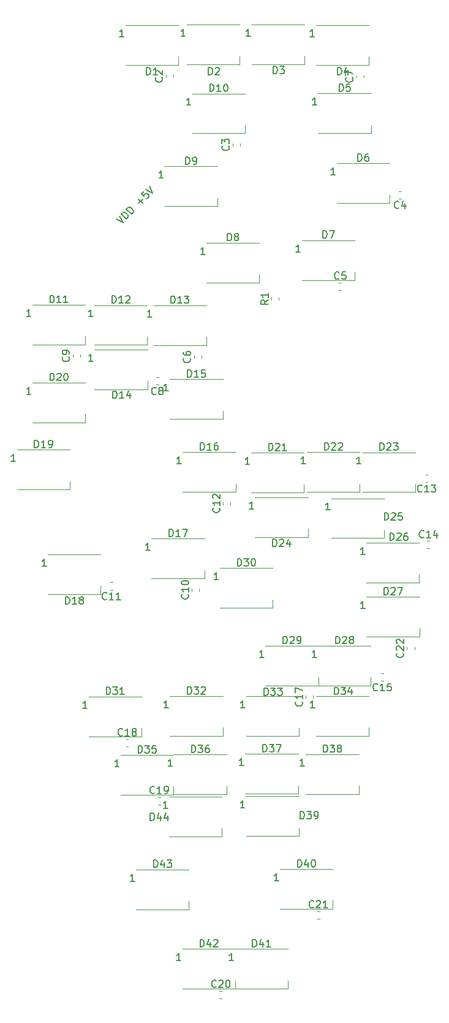
<source format=gbr>
%TF.GenerationSoftware,KiCad,Pcbnew,(5.1.6)-1*%
%TF.CreationDate,2020-12-18T19:44:16+11:00*%
%TF.ProjectId,EXT LT Panel PCB V2,45585420-4c54-4205-9061-6e656c205043,rev?*%
%TF.SameCoordinates,Original*%
%TF.FileFunction,Legend,Top*%
%TF.FilePolarity,Positive*%
%FSLAX46Y46*%
G04 Gerber Fmt 4.6, Leading zero omitted, Abs format (unit mm)*
G04 Created by KiCad (PCBNEW (5.1.6)-1) date 2020-12-18 19:44:16*
%MOMM*%
%LPD*%
G01*
G04 APERTURE LIST*
%ADD10C,0.150000*%
%ADD11C,0.120000*%
G04 APERTURE END LIST*
D10*
X106441495Y-55140853D02*
X107384304Y-55612258D01*
X106912900Y-54669449D01*
X107855709Y-55140853D02*
X107148602Y-54433747D01*
X107316961Y-54265388D01*
X107451648Y-54198044D01*
X107586335Y-54198044D01*
X107687350Y-54231716D01*
X107855709Y-54332731D01*
X107956724Y-54433747D01*
X108057739Y-54602105D01*
X108091411Y-54703121D01*
X108091411Y-54837808D01*
X108024068Y-54972495D01*
X107855709Y-55140853D01*
X108562816Y-54433747D02*
X107855709Y-53726640D01*
X108024068Y-53558281D01*
X108158755Y-53490938D01*
X108293442Y-53490938D01*
X108394457Y-53524609D01*
X108562816Y-53625625D01*
X108663831Y-53726640D01*
X108764846Y-53894999D01*
X108798518Y-53996014D01*
X108798518Y-54130701D01*
X108731174Y-54265388D01*
X108562816Y-54433747D01*
X109539296Y-52918518D02*
X110078044Y-52379770D01*
X110078044Y-52918518D02*
X109539296Y-52379770D01*
X110313747Y-51268602D02*
X109977029Y-51605320D01*
X110280075Y-51975709D01*
X110280075Y-51908365D01*
X110313747Y-51807350D01*
X110482105Y-51638991D01*
X110583121Y-51605320D01*
X110650464Y-51605320D01*
X110751479Y-51638991D01*
X110919838Y-51807350D01*
X110953510Y-51908365D01*
X110953510Y-51975709D01*
X110919838Y-52076724D01*
X110751479Y-52245083D01*
X110650464Y-52278755D01*
X110583121Y-52278755D01*
X110549449Y-51032900D02*
X111492258Y-51504304D01*
X111020853Y-50561495D01*
D11*
%TO.C,R1*%
X127912000Y-66283979D02*
X127912000Y-65958421D01*
X128932000Y-66283979D02*
X128932000Y-65958421D01*
%TO.C,C21*%
X134213221Y-150668000D02*
X134538779Y-150668000D01*
X134213221Y-151688000D02*
X134538779Y-151688000D01*
%TO.C,C20*%
X120731221Y-161654000D02*
X121056779Y-161654000D01*
X120731221Y-162674000D02*
X121056779Y-162674000D01*
%TO.C,C19*%
X112207221Y-134902000D02*
X112532779Y-134902000D01*
X112207221Y-135922000D02*
X112532779Y-135922000D01*
%TO.C,C18*%
X107779221Y-126917000D02*
X108104779Y-126917000D01*
X107779221Y-127937000D02*
X108104779Y-127937000D01*
%TO.C,C17*%
X132655000Y-121234779D02*
X132655000Y-120909221D01*
X133675000Y-121234779D02*
X133675000Y-120909221D01*
%TO.C,C22*%
X146637000Y-114526779D02*
X146637000Y-114201221D01*
X147657000Y-114526779D02*
X147657000Y-114201221D01*
%TO.C,C15*%
X143365779Y-118869000D02*
X143040221Y-118869000D01*
X143365779Y-117849000D02*
X143040221Y-117849000D01*
%TO.C,C14*%
X149428221Y-99566000D02*
X149753779Y-99566000D01*
X149428221Y-100586000D02*
X149753779Y-100586000D01*
%TO.C,C13*%
X149514779Y-91442000D02*
X149189221Y-91442000D01*
X149514779Y-90422000D02*
X149189221Y-90422000D01*
%TO.C,C12*%
X121225000Y-94518779D02*
X121225000Y-94193221D01*
X122245000Y-94518779D02*
X122245000Y-94193221D01*
%TO.C,C11*%
X105928779Y-106281000D02*
X105603221Y-106281000D01*
X105928779Y-105261000D02*
X105603221Y-105261000D01*
%TO.C,C10*%
X116909000Y-106453779D02*
X116909000Y-106128221D01*
X117929000Y-106453779D02*
X117929000Y-106128221D01*
%TO.C,C9*%
X100447000Y-74160479D02*
X100447000Y-73834921D01*
X101467000Y-74160479D02*
X101467000Y-73834921D01*
%TO.C,C8*%
X112285779Y-77977500D02*
X111960221Y-77977500D01*
X112285779Y-76957500D02*
X111960221Y-76957500D01*
%TO.C,C7*%
X139629000Y-35578079D02*
X139629000Y-35252521D01*
X140649000Y-35578079D02*
X140649000Y-35252521D01*
%TO.C,C6*%
X117176000Y-74300279D02*
X117176000Y-73974721D01*
X118196000Y-74300279D02*
X118196000Y-73974721D01*
%TO.C,C5*%
X137241221Y-63886600D02*
X137566779Y-63886600D01*
X137241221Y-64906600D02*
X137566779Y-64906600D01*
%TO.C,C4*%
X145836779Y-52275200D02*
X145511221Y-52275200D01*
X145836779Y-51255200D02*
X145511221Y-51255200D01*
%TO.C,C3*%
X122528000Y-45026679D02*
X122528000Y-44701121D01*
X123548000Y-45026679D02*
X123548000Y-44701121D01*
%TO.C,C2*%
X113310000Y-35557779D02*
X113310000Y-35232221D01*
X114330000Y-35557779D02*
X114330000Y-35232221D01*
%TO.C,D14*%
X110748000Y-78619600D02*
X110748000Y-77469600D01*
X103448000Y-78619600D02*
X110748000Y-78619600D01*
X103448000Y-73119600D02*
X110748000Y-73119600D01*
%TO.C,D40*%
X136379000Y-150349000D02*
X136379000Y-149199000D01*
X129079000Y-150349000D02*
X136379000Y-150349000D01*
X129079000Y-144849000D02*
X136379000Y-144849000D01*
%TO.C,D44*%
X121060000Y-140342000D02*
X121060000Y-139192000D01*
X113760000Y-140342000D02*
X121060000Y-140342000D01*
X113760000Y-134842000D02*
X121060000Y-134842000D01*
%TO.C,D43*%
X116488000Y-150400000D02*
X116488000Y-149250000D01*
X109188000Y-150400000D02*
X116488000Y-150400000D01*
X109188000Y-144900000D02*
X116488000Y-144900000D01*
%TO.C,D42*%
X122889000Y-161373000D02*
X122889000Y-160223000D01*
X115589000Y-161373000D02*
X122889000Y-161373000D01*
X115589000Y-155873000D02*
X122889000Y-155873000D01*
%TO.C,D41*%
X130154000Y-161373000D02*
X130154000Y-160223000D01*
X122854000Y-161373000D02*
X130154000Y-161373000D01*
X122854000Y-155873000D02*
X130154000Y-155873000D01*
%TO.C,D39*%
X131705000Y-140291000D02*
X131705000Y-139141000D01*
X124405000Y-140291000D02*
X131705000Y-140291000D01*
X124405000Y-134791000D02*
X131705000Y-134791000D01*
%TO.C,D38*%
X139958000Y-134500000D02*
X139958000Y-133350000D01*
X132658000Y-134500000D02*
X139958000Y-134500000D01*
X132658000Y-129000000D02*
X139958000Y-129000000D01*
%TO.C,D37*%
X131576000Y-134449000D02*
X131576000Y-133299000D01*
X124276000Y-134449000D02*
X131576000Y-134449000D01*
X124276000Y-128949000D02*
X131576000Y-128949000D01*
%TO.C,D36*%
X121721000Y-134550000D02*
X121721000Y-133400000D01*
X114421000Y-134550000D02*
X121721000Y-134550000D01*
X114421000Y-129050000D02*
X121721000Y-129050000D01*
%TO.C,D35*%
X114355000Y-134601000D02*
X114355000Y-133451000D01*
X107055000Y-134601000D02*
X114355000Y-134601000D01*
X107055000Y-129101000D02*
X114355000Y-129101000D01*
%TO.C,D34*%
X141380000Y-126473000D02*
X141380000Y-125323000D01*
X134080000Y-126473000D02*
X141380000Y-126473000D01*
X134080000Y-120973000D02*
X141380000Y-120973000D01*
%TO.C,D33*%
X131717000Y-126499000D02*
X131717000Y-125349000D01*
X124417000Y-126499000D02*
X131717000Y-126499000D01*
X124417000Y-120999000D02*
X131717000Y-120999000D01*
%TO.C,D32*%
X121162000Y-126473000D02*
X121162000Y-125323000D01*
X113862000Y-126473000D02*
X121162000Y-126473000D01*
X113862000Y-120973000D02*
X121162000Y-120973000D01*
%TO.C,D31*%
X109935000Y-126524000D02*
X109935000Y-125374000D01*
X102635000Y-126524000D02*
X109935000Y-126524000D01*
X102635000Y-121024000D02*
X109935000Y-121024000D01*
%TO.C,D30*%
X128071000Y-108795000D02*
X128071000Y-107645000D01*
X120771000Y-108795000D02*
X128071000Y-108795000D01*
X120771000Y-103295000D02*
X128071000Y-103295000D01*
%TO.C,D29*%
X134370000Y-119514000D02*
X134370000Y-118364000D01*
X127070000Y-119514000D02*
X134370000Y-119514000D01*
X127070000Y-114014000D02*
X134370000Y-114014000D01*
%TO.C,D28*%
X141634000Y-119514000D02*
X141634000Y-118364000D01*
X134334000Y-119514000D02*
X141634000Y-119514000D01*
X134334000Y-114014000D02*
X141634000Y-114014000D01*
%TO.C,D27*%
X148340000Y-112757000D02*
X148340000Y-111607000D01*
X141040000Y-112757000D02*
X148340000Y-112757000D01*
X141040000Y-107257000D02*
X148340000Y-107257000D01*
%TO.C,D26*%
X148328000Y-105315000D02*
X148328000Y-104165000D01*
X141028000Y-105315000D02*
X148328000Y-105315000D01*
X141028000Y-99815000D02*
X148328000Y-99815000D01*
%TO.C,D25*%
X143502000Y-99168400D02*
X143502000Y-98018400D01*
X136202000Y-99168400D02*
X143502000Y-99168400D01*
X136202000Y-93668400D02*
X143502000Y-93668400D01*
%TO.C,D24*%
X132936000Y-99016000D02*
X132936000Y-97866000D01*
X125636000Y-99016000D02*
X132936000Y-99016000D01*
X125636000Y-93516000D02*
X132936000Y-93516000D01*
%TO.C,D23*%
X147770000Y-92818400D02*
X147770000Y-91668400D01*
X140470000Y-92818400D02*
X147770000Y-92818400D01*
X140470000Y-87318400D02*
X147770000Y-87318400D01*
%TO.C,D22*%
X140110000Y-92792800D02*
X140110000Y-91642800D01*
X132810000Y-92792800D02*
X140110000Y-92792800D01*
X132810000Y-87292800D02*
X140110000Y-87292800D01*
%TO.C,D21*%
X132377000Y-92869200D02*
X132377000Y-91719200D01*
X125077000Y-92869200D02*
X132377000Y-92869200D01*
X125077000Y-87369200D02*
X132377000Y-87369200D01*
%TO.C,D20*%
X102162800Y-83191600D02*
X102162800Y-82041600D01*
X94862800Y-83191600D02*
X102162800Y-83191600D01*
X94862800Y-77691600D02*
X102162800Y-77691600D01*
%TO.C,D19*%
X100017600Y-92462800D02*
X100017600Y-91312800D01*
X92717600Y-92462800D02*
X100017600Y-92462800D01*
X92717600Y-86962800D02*
X100017600Y-86962800D01*
%TO.C,D18*%
X104296000Y-106915000D02*
X104296000Y-105765000D01*
X96996000Y-106915000D02*
X104296000Y-106915000D01*
X96996000Y-101415000D02*
X104296000Y-101415000D01*
%TO.C,D17*%
X118622000Y-104731000D02*
X118622000Y-103581000D01*
X111322000Y-104731000D02*
X118622000Y-104731000D01*
X111322000Y-99231000D02*
X118622000Y-99231000D01*
%TO.C,D16*%
X122940000Y-92792800D02*
X122940000Y-91642800D01*
X115640000Y-92792800D02*
X122940000Y-92792800D01*
X115640000Y-87292800D02*
X122940000Y-87292800D01*
%TO.C,D15*%
X121162000Y-82734400D02*
X121162000Y-81584400D01*
X113862000Y-82734400D02*
X121162000Y-82734400D01*
X113862000Y-77234400D02*
X121162000Y-77234400D01*
%TO.C,D13*%
X118876000Y-72523600D02*
X118876000Y-71373600D01*
X111576000Y-72523600D02*
X118876000Y-72523600D01*
X111576000Y-67023600D02*
X118876000Y-67023600D01*
%TO.C,D12*%
X110736000Y-72498400D02*
X110736000Y-71348400D01*
X103436000Y-72498400D02*
X110736000Y-72498400D01*
X103436000Y-66998400D02*
X110736000Y-66998400D01*
%TO.C,D11*%
X102151200Y-72447600D02*
X102151200Y-71297600D01*
X94851200Y-72447600D02*
X102151200Y-72447600D01*
X94851200Y-66947600D02*
X102151200Y-66947600D01*
%TO.C,D10*%
X124249000Y-43288400D02*
X124249000Y-42138400D01*
X116949000Y-43288400D02*
X124249000Y-43288400D01*
X116949000Y-37788400D02*
X124249000Y-37788400D01*
%TO.C,D9*%
X120439000Y-53346800D02*
X120439000Y-52196800D01*
X113139000Y-53346800D02*
X120439000Y-53346800D01*
X113139000Y-47846800D02*
X120439000Y-47846800D01*
%TO.C,D8*%
X126219000Y-63887600D02*
X126219000Y-62737600D01*
X118919000Y-63887600D02*
X126219000Y-63887600D01*
X118919000Y-58387600D02*
X126219000Y-58387600D01*
%TO.C,D7*%
X139399000Y-63532000D02*
X139399000Y-62382000D01*
X132099000Y-63532000D02*
X139399000Y-63532000D01*
X132099000Y-58032000D02*
X139399000Y-58032000D01*
%TO.C,D6*%
X144225000Y-52914800D02*
X144225000Y-51764800D01*
X136925000Y-52914800D02*
X144225000Y-52914800D01*
X136925000Y-47414800D02*
X144225000Y-47414800D01*
%TO.C,D5*%
X141662000Y-43262800D02*
X141662000Y-42112800D01*
X134362000Y-43262800D02*
X141662000Y-43262800D01*
X134362000Y-37762800D02*
X141662000Y-37762800D01*
%TO.C,D4*%
X141330000Y-33814000D02*
X141330000Y-32664000D01*
X134030000Y-33814000D02*
X141330000Y-33814000D01*
X134030000Y-28314000D02*
X141330000Y-28314000D01*
%TO.C,D3*%
X132490000Y-33763200D02*
X132490000Y-32613200D01*
X125190000Y-33763200D02*
X132490000Y-33763200D01*
X125190000Y-28263200D02*
X132490000Y-28263200D01*
%TO.C,D2*%
X123487000Y-33788800D02*
X123487000Y-32638800D01*
X116187000Y-33788800D02*
X123487000Y-33788800D01*
X116187000Y-28288800D02*
X123487000Y-28288800D01*
%TO.C,D1*%
X115015000Y-33814000D02*
X115015000Y-32664000D01*
X107715000Y-33814000D02*
X115015000Y-33814000D01*
X107715000Y-28314000D02*
X115015000Y-28314000D01*
%TO.C,R1*%
D10*
X127444380Y-66287866D02*
X126968190Y-66621200D01*
X127444380Y-66859295D02*
X126444380Y-66859295D01*
X126444380Y-66478342D01*
X126492000Y-66383104D01*
X126539619Y-66335485D01*
X126634857Y-66287866D01*
X126777714Y-66287866D01*
X126872952Y-66335485D01*
X126920571Y-66383104D01*
X126968190Y-66478342D01*
X126968190Y-66859295D01*
X127444380Y-65335485D02*
X127444380Y-65906914D01*
X127444380Y-65621200D02*
X126444380Y-65621200D01*
X126587238Y-65716438D01*
X126682476Y-65811676D01*
X126730095Y-65906914D01*
%TO.C,C21*%
X133733142Y-150105142D02*
X133685523Y-150152761D01*
X133542666Y-150200380D01*
X133447428Y-150200380D01*
X133304571Y-150152761D01*
X133209333Y-150057523D01*
X133161714Y-149962285D01*
X133114095Y-149771809D01*
X133114095Y-149628952D01*
X133161714Y-149438476D01*
X133209333Y-149343238D01*
X133304571Y-149248000D01*
X133447428Y-149200380D01*
X133542666Y-149200380D01*
X133685523Y-149248000D01*
X133733142Y-149295619D01*
X134114095Y-149295619D02*
X134161714Y-149248000D01*
X134256952Y-149200380D01*
X134495047Y-149200380D01*
X134590285Y-149248000D01*
X134637904Y-149295619D01*
X134685523Y-149390857D01*
X134685523Y-149486095D01*
X134637904Y-149628952D01*
X134066476Y-150200380D01*
X134685523Y-150200380D01*
X135637904Y-150200380D02*
X135066476Y-150200380D01*
X135352190Y-150200380D02*
X135352190Y-149200380D01*
X135256952Y-149343238D01*
X135161714Y-149438476D01*
X135066476Y-149486095D01*
%TO.C,C20*%
X120251142Y-161091142D02*
X120203523Y-161138761D01*
X120060666Y-161186380D01*
X119965428Y-161186380D01*
X119822571Y-161138761D01*
X119727333Y-161043523D01*
X119679714Y-160948285D01*
X119632095Y-160757809D01*
X119632095Y-160614952D01*
X119679714Y-160424476D01*
X119727333Y-160329238D01*
X119822571Y-160234000D01*
X119965428Y-160186380D01*
X120060666Y-160186380D01*
X120203523Y-160234000D01*
X120251142Y-160281619D01*
X120632095Y-160281619D02*
X120679714Y-160234000D01*
X120774952Y-160186380D01*
X121013047Y-160186380D01*
X121108285Y-160234000D01*
X121155904Y-160281619D01*
X121203523Y-160376857D01*
X121203523Y-160472095D01*
X121155904Y-160614952D01*
X120584476Y-161186380D01*
X121203523Y-161186380D01*
X121822571Y-160186380D02*
X121917809Y-160186380D01*
X122013047Y-160234000D01*
X122060666Y-160281619D01*
X122108285Y-160376857D01*
X122155904Y-160567333D01*
X122155904Y-160805428D01*
X122108285Y-160995904D01*
X122060666Y-161091142D01*
X122013047Y-161138761D01*
X121917809Y-161186380D01*
X121822571Y-161186380D01*
X121727333Y-161138761D01*
X121679714Y-161091142D01*
X121632095Y-160995904D01*
X121584476Y-160805428D01*
X121584476Y-160567333D01*
X121632095Y-160376857D01*
X121679714Y-160281619D01*
X121727333Y-160234000D01*
X121822571Y-160186380D01*
%TO.C,C19*%
X111727142Y-134339142D02*
X111679523Y-134386761D01*
X111536666Y-134434380D01*
X111441428Y-134434380D01*
X111298571Y-134386761D01*
X111203333Y-134291523D01*
X111155714Y-134196285D01*
X111108095Y-134005809D01*
X111108095Y-133862952D01*
X111155714Y-133672476D01*
X111203333Y-133577238D01*
X111298571Y-133482000D01*
X111441428Y-133434380D01*
X111536666Y-133434380D01*
X111679523Y-133482000D01*
X111727142Y-133529619D01*
X112679523Y-134434380D02*
X112108095Y-134434380D01*
X112393809Y-134434380D02*
X112393809Y-133434380D01*
X112298571Y-133577238D01*
X112203333Y-133672476D01*
X112108095Y-133720095D01*
X113155714Y-134434380D02*
X113346190Y-134434380D01*
X113441428Y-134386761D01*
X113489047Y-134339142D01*
X113584285Y-134196285D01*
X113631904Y-134005809D01*
X113631904Y-133624857D01*
X113584285Y-133529619D01*
X113536666Y-133482000D01*
X113441428Y-133434380D01*
X113250952Y-133434380D01*
X113155714Y-133482000D01*
X113108095Y-133529619D01*
X113060476Y-133624857D01*
X113060476Y-133862952D01*
X113108095Y-133958190D01*
X113155714Y-134005809D01*
X113250952Y-134053428D01*
X113441428Y-134053428D01*
X113536666Y-134005809D01*
X113584285Y-133958190D01*
X113631904Y-133862952D01*
%TO.C,C18*%
X107299142Y-126354142D02*
X107251523Y-126401761D01*
X107108666Y-126449380D01*
X107013428Y-126449380D01*
X106870571Y-126401761D01*
X106775333Y-126306523D01*
X106727714Y-126211285D01*
X106680095Y-126020809D01*
X106680095Y-125877952D01*
X106727714Y-125687476D01*
X106775333Y-125592238D01*
X106870571Y-125497000D01*
X107013428Y-125449380D01*
X107108666Y-125449380D01*
X107251523Y-125497000D01*
X107299142Y-125544619D01*
X108251523Y-126449380D02*
X107680095Y-126449380D01*
X107965809Y-126449380D02*
X107965809Y-125449380D01*
X107870571Y-125592238D01*
X107775333Y-125687476D01*
X107680095Y-125735095D01*
X108822952Y-125877952D02*
X108727714Y-125830333D01*
X108680095Y-125782714D01*
X108632476Y-125687476D01*
X108632476Y-125639857D01*
X108680095Y-125544619D01*
X108727714Y-125497000D01*
X108822952Y-125449380D01*
X109013428Y-125449380D01*
X109108666Y-125497000D01*
X109156285Y-125544619D01*
X109203904Y-125639857D01*
X109203904Y-125687476D01*
X109156285Y-125782714D01*
X109108666Y-125830333D01*
X109013428Y-125877952D01*
X108822952Y-125877952D01*
X108727714Y-125925571D01*
X108680095Y-125973190D01*
X108632476Y-126068428D01*
X108632476Y-126258904D01*
X108680095Y-126354142D01*
X108727714Y-126401761D01*
X108822952Y-126449380D01*
X109013428Y-126449380D01*
X109108666Y-126401761D01*
X109156285Y-126354142D01*
X109203904Y-126258904D01*
X109203904Y-126068428D01*
X109156285Y-125973190D01*
X109108666Y-125925571D01*
X109013428Y-125877952D01*
%TO.C,C17*%
X132092142Y-121714857D02*
X132139761Y-121762476D01*
X132187380Y-121905333D01*
X132187380Y-122000571D01*
X132139761Y-122143428D01*
X132044523Y-122238666D01*
X131949285Y-122286285D01*
X131758809Y-122333904D01*
X131615952Y-122333904D01*
X131425476Y-122286285D01*
X131330238Y-122238666D01*
X131235000Y-122143428D01*
X131187380Y-122000571D01*
X131187380Y-121905333D01*
X131235000Y-121762476D01*
X131282619Y-121714857D01*
X132187380Y-120762476D02*
X132187380Y-121333904D01*
X132187380Y-121048190D02*
X131187380Y-121048190D01*
X131330238Y-121143428D01*
X131425476Y-121238666D01*
X131473095Y-121333904D01*
X131187380Y-120429142D02*
X131187380Y-119762476D01*
X132187380Y-120191047D01*
%TO.C,C22*%
X146074142Y-115006857D02*
X146121761Y-115054476D01*
X146169380Y-115197333D01*
X146169380Y-115292571D01*
X146121761Y-115435428D01*
X146026523Y-115530666D01*
X145931285Y-115578285D01*
X145740809Y-115625904D01*
X145597952Y-115625904D01*
X145407476Y-115578285D01*
X145312238Y-115530666D01*
X145217000Y-115435428D01*
X145169380Y-115292571D01*
X145169380Y-115197333D01*
X145217000Y-115054476D01*
X145264619Y-115006857D01*
X145264619Y-114625904D02*
X145217000Y-114578285D01*
X145169380Y-114483047D01*
X145169380Y-114244952D01*
X145217000Y-114149714D01*
X145264619Y-114102095D01*
X145359857Y-114054476D01*
X145455095Y-114054476D01*
X145597952Y-114102095D01*
X146169380Y-114673523D01*
X146169380Y-114054476D01*
X145264619Y-113673523D02*
X145217000Y-113625904D01*
X145169380Y-113530666D01*
X145169380Y-113292571D01*
X145217000Y-113197333D01*
X145264619Y-113149714D01*
X145359857Y-113102095D01*
X145455095Y-113102095D01*
X145597952Y-113149714D01*
X146169380Y-113721142D01*
X146169380Y-113102095D01*
%TO.C,C15*%
X142560142Y-120146142D02*
X142512523Y-120193761D01*
X142369666Y-120241380D01*
X142274428Y-120241380D01*
X142131571Y-120193761D01*
X142036333Y-120098523D01*
X141988714Y-120003285D01*
X141941095Y-119812809D01*
X141941095Y-119669952D01*
X141988714Y-119479476D01*
X142036333Y-119384238D01*
X142131571Y-119289000D01*
X142274428Y-119241380D01*
X142369666Y-119241380D01*
X142512523Y-119289000D01*
X142560142Y-119336619D01*
X143512523Y-120241380D02*
X142941095Y-120241380D01*
X143226809Y-120241380D02*
X143226809Y-119241380D01*
X143131571Y-119384238D01*
X143036333Y-119479476D01*
X142941095Y-119527095D01*
X144417285Y-119241380D02*
X143941095Y-119241380D01*
X143893476Y-119717571D01*
X143941095Y-119669952D01*
X144036333Y-119622333D01*
X144274428Y-119622333D01*
X144369666Y-119669952D01*
X144417285Y-119717571D01*
X144464904Y-119812809D01*
X144464904Y-120050904D01*
X144417285Y-120146142D01*
X144369666Y-120193761D01*
X144274428Y-120241380D01*
X144036333Y-120241380D01*
X143941095Y-120193761D01*
X143893476Y-120146142D01*
%TO.C,C14*%
X148948142Y-99003142D02*
X148900523Y-99050761D01*
X148757666Y-99098380D01*
X148662428Y-99098380D01*
X148519571Y-99050761D01*
X148424333Y-98955523D01*
X148376714Y-98860285D01*
X148329095Y-98669809D01*
X148329095Y-98526952D01*
X148376714Y-98336476D01*
X148424333Y-98241238D01*
X148519571Y-98146000D01*
X148662428Y-98098380D01*
X148757666Y-98098380D01*
X148900523Y-98146000D01*
X148948142Y-98193619D01*
X149900523Y-99098380D02*
X149329095Y-99098380D01*
X149614809Y-99098380D02*
X149614809Y-98098380D01*
X149519571Y-98241238D01*
X149424333Y-98336476D01*
X149329095Y-98384095D01*
X150757666Y-98431714D02*
X150757666Y-99098380D01*
X150519571Y-98050761D02*
X150281476Y-98765047D01*
X150900523Y-98765047D01*
%TO.C,C13*%
X148709142Y-92719142D02*
X148661523Y-92766761D01*
X148518666Y-92814380D01*
X148423428Y-92814380D01*
X148280571Y-92766761D01*
X148185333Y-92671523D01*
X148137714Y-92576285D01*
X148090095Y-92385809D01*
X148090095Y-92242952D01*
X148137714Y-92052476D01*
X148185333Y-91957238D01*
X148280571Y-91862000D01*
X148423428Y-91814380D01*
X148518666Y-91814380D01*
X148661523Y-91862000D01*
X148709142Y-91909619D01*
X149661523Y-92814380D02*
X149090095Y-92814380D01*
X149375809Y-92814380D02*
X149375809Y-91814380D01*
X149280571Y-91957238D01*
X149185333Y-92052476D01*
X149090095Y-92100095D01*
X149994857Y-91814380D02*
X150613904Y-91814380D01*
X150280571Y-92195333D01*
X150423428Y-92195333D01*
X150518666Y-92242952D01*
X150566285Y-92290571D01*
X150613904Y-92385809D01*
X150613904Y-92623904D01*
X150566285Y-92719142D01*
X150518666Y-92766761D01*
X150423428Y-92814380D01*
X150137714Y-92814380D01*
X150042476Y-92766761D01*
X149994857Y-92719142D01*
%TO.C,C12*%
X120662142Y-94998857D02*
X120709761Y-95046476D01*
X120757380Y-95189333D01*
X120757380Y-95284571D01*
X120709761Y-95427428D01*
X120614523Y-95522666D01*
X120519285Y-95570285D01*
X120328809Y-95617904D01*
X120185952Y-95617904D01*
X119995476Y-95570285D01*
X119900238Y-95522666D01*
X119805000Y-95427428D01*
X119757380Y-95284571D01*
X119757380Y-95189333D01*
X119805000Y-95046476D01*
X119852619Y-94998857D01*
X120757380Y-94046476D02*
X120757380Y-94617904D01*
X120757380Y-94332190D02*
X119757380Y-94332190D01*
X119900238Y-94427428D01*
X119995476Y-94522666D01*
X120043095Y-94617904D01*
X119852619Y-93665523D02*
X119805000Y-93617904D01*
X119757380Y-93522666D01*
X119757380Y-93284571D01*
X119805000Y-93189333D01*
X119852619Y-93141714D01*
X119947857Y-93094095D01*
X120043095Y-93094095D01*
X120185952Y-93141714D01*
X120757380Y-93713142D01*
X120757380Y-93094095D01*
%TO.C,C11*%
X105123142Y-107558142D02*
X105075523Y-107605761D01*
X104932666Y-107653380D01*
X104837428Y-107653380D01*
X104694571Y-107605761D01*
X104599333Y-107510523D01*
X104551714Y-107415285D01*
X104504095Y-107224809D01*
X104504095Y-107081952D01*
X104551714Y-106891476D01*
X104599333Y-106796238D01*
X104694571Y-106701000D01*
X104837428Y-106653380D01*
X104932666Y-106653380D01*
X105075523Y-106701000D01*
X105123142Y-106748619D01*
X106075523Y-107653380D02*
X105504095Y-107653380D01*
X105789809Y-107653380D02*
X105789809Y-106653380D01*
X105694571Y-106796238D01*
X105599333Y-106891476D01*
X105504095Y-106939095D01*
X107027904Y-107653380D02*
X106456476Y-107653380D01*
X106742190Y-107653380D02*
X106742190Y-106653380D01*
X106646952Y-106796238D01*
X106551714Y-106891476D01*
X106456476Y-106939095D01*
%TO.C,C10*%
X116346142Y-106933857D02*
X116393761Y-106981476D01*
X116441380Y-107124333D01*
X116441380Y-107219571D01*
X116393761Y-107362428D01*
X116298523Y-107457666D01*
X116203285Y-107505285D01*
X116012809Y-107552904D01*
X115869952Y-107552904D01*
X115679476Y-107505285D01*
X115584238Y-107457666D01*
X115489000Y-107362428D01*
X115441380Y-107219571D01*
X115441380Y-107124333D01*
X115489000Y-106981476D01*
X115536619Y-106933857D01*
X116441380Y-105981476D02*
X116441380Y-106552904D01*
X116441380Y-106267190D02*
X115441380Y-106267190D01*
X115584238Y-106362428D01*
X115679476Y-106457666D01*
X115727095Y-106552904D01*
X115441380Y-105362428D02*
X115441380Y-105267190D01*
X115489000Y-105171952D01*
X115536619Y-105124333D01*
X115631857Y-105076714D01*
X115822333Y-105029095D01*
X116060428Y-105029095D01*
X116250904Y-105076714D01*
X116346142Y-105124333D01*
X116393761Y-105171952D01*
X116441380Y-105267190D01*
X116441380Y-105362428D01*
X116393761Y-105457666D01*
X116346142Y-105505285D01*
X116250904Y-105552904D01*
X116060428Y-105600523D01*
X115822333Y-105600523D01*
X115631857Y-105552904D01*
X115536619Y-105505285D01*
X115489000Y-105457666D01*
X115441380Y-105362428D01*
%TO.C,C9*%
X99884142Y-74164366D02*
X99931761Y-74211985D01*
X99979380Y-74354842D01*
X99979380Y-74450080D01*
X99931761Y-74592938D01*
X99836523Y-74688176D01*
X99741285Y-74735795D01*
X99550809Y-74783414D01*
X99407952Y-74783414D01*
X99217476Y-74735795D01*
X99122238Y-74688176D01*
X99027000Y-74592938D01*
X98979380Y-74450080D01*
X98979380Y-74354842D01*
X99027000Y-74211985D01*
X99074619Y-74164366D01*
X99979380Y-73688176D02*
X99979380Y-73497700D01*
X99931761Y-73402461D01*
X99884142Y-73354842D01*
X99741285Y-73259604D01*
X99550809Y-73211985D01*
X99169857Y-73211985D01*
X99074619Y-73259604D01*
X99027000Y-73307223D01*
X98979380Y-73402461D01*
X98979380Y-73592938D01*
X99027000Y-73688176D01*
X99074619Y-73735795D01*
X99169857Y-73783414D01*
X99407952Y-73783414D01*
X99503190Y-73735795D01*
X99550809Y-73688176D01*
X99598428Y-73592938D01*
X99598428Y-73402461D01*
X99550809Y-73307223D01*
X99503190Y-73259604D01*
X99407952Y-73211985D01*
%TO.C,C8*%
X111956333Y-79254642D02*
X111908714Y-79302261D01*
X111765857Y-79349880D01*
X111670619Y-79349880D01*
X111527761Y-79302261D01*
X111432523Y-79207023D01*
X111384904Y-79111785D01*
X111337285Y-78921309D01*
X111337285Y-78778452D01*
X111384904Y-78587976D01*
X111432523Y-78492738D01*
X111527761Y-78397500D01*
X111670619Y-78349880D01*
X111765857Y-78349880D01*
X111908714Y-78397500D01*
X111956333Y-78445119D01*
X112527761Y-78778452D02*
X112432523Y-78730833D01*
X112384904Y-78683214D01*
X112337285Y-78587976D01*
X112337285Y-78540357D01*
X112384904Y-78445119D01*
X112432523Y-78397500D01*
X112527761Y-78349880D01*
X112718238Y-78349880D01*
X112813476Y-78397500D01*
X112861095Y-78445119D01*
X112908714Y-78540357D01*
X112908714Y-78587976D01*
X112861095Y-78683214D01*
X112813476Y-78730833D01*
X112718238Y-78778452D01*
X112527761Y-78778452D01*
X112432523Y-78826071D01*
X112384904Y-78873690D01*
X112337285Y-78968928D01*
X112337285Y-79159404D01*
X112384904Y-79254642D01*
X112432523Y-79302261D01*
X112527761Y-79349880D01*
X112718238Y-79349880D01*
X112813476Y-79302261D01*
X112861095Y-79254642D01*
X112908714Y-79159404D01*
X112908714Y-78968928D01*
X112861095Y-78873690D01*
X112813476Y-78826071D01*
X112718238Y-78778452D01*
%TO.C,C7*%
X139066142Y-35581966D02*
X139113761Y-35629585D01*
X139161380Y-35772442D01*
X139161380Y-35867680D01*
X139113761Y-36010538D01*
X139018523Y-36105776D01*
X138923285Y-36153395D01*
X138732809Y-36201014D01*
X138589952Y-36201014D01*
X138399476Y-36153395D01*
X138304238Y-36105776D01*
X138209000Y-36010538D01*
X138161380Y-35867680D01*
X138161380Y-35772442D01*
X138209000Y-35629585D01*
X138256619Y-35581966D01*
X138161380Y-35248633D02*
X138161380Y-34581966D01*
X139161380Y-35010538D01*
%TO.C,C6*%
X116613142Y-74304166D02*
X116660761Y-74351785D01*
X116708380Y-74494642D01*
X116708380Y-74589880D01*
X116660761Y-74732738D01*
X116565523Y-74827976D01*
X116470285Y-74875595D01*
X116279809Y-74923214D01*
X116136952Y-74923214D01*
X115946476Y-74875595D01*
X115851238Y-74827976D01*
X115756000Y-74732738D01*
X115708380Y-74589880D01*
X115708380Y-74494642D01*
X115756000Y-74351785D01*
X115803619Y-74304166D01*
X115708380Y-73447023D02*
X115708380Y-73637500D01*
X115756000Y-73732738D01*
X115803619Y-73780357D01*
X115946476Y-73875595D01*
X116136952Y-73923214D01*
X116517904Y-73923214D01*
X116613142Y-73875595D01*
X116660761Y-73827976D01*
X116708380Y-73732738D01*
X116708380Y-73542261D01*
X116660761Y-73447023D01*
X116613142Y-73399404D01*
X116517904Y-73351785D01*
X116279809Y-73351785D01*
X116184571Y-73399404D01*
X116136952Y-73447023D01*
X116089333Y-73542261D01*
X116089333Y-73732738D01*
X116136952Y-73827976D01*
X116184571Y-73875595D01*
X116279809Y-73923214D01*
%TO.C,C5*%
X137237333Y-63323742D02*
X137189714Y-63371361D01*
X137046857Y-63418980D01*
X136951619Y-63418980D01*
X136808761Y-63371361D01*
X136713523Y-63276123D01*
X136665904Y-63180885D01*
X136618285Y-62990409D01*
X136618285Y-62847552D01*
X136665904Y-62657076D01*
X136713523Y-62561838D01*
X136808761Y-62466600D01*
X136951619Y-62418980D01*
X137046857Y-62418980D01*
X137189714Y-62466600D01*
X137237333Y-62514219D01*
X138142095Y-62418980D02*
X137665904Y-62418980D01*
X137618285Y-62895171D01*
X137665904Y-62847552D01*
X137761142Y-62799933D01*
X137999238Y-62799933D01*
X138094476Y-62847552D01*
X138142095Y-62895171D01*
X138189714Y-62990409D01*
X138189714Y-63228504D01*
X138142095Y-63323742D01*
X138094476Y-63371361D01*
X137999238Y-63418980D01*
X137761142Y-63418980D01*
X137665904Y-63371361D01*
X137618285Y-63323742D01*
%TO.C,C4*%
X145507333Y-53552342D02*
X145459714Y-53599961D01*
X145316857Y-53647580D01*
X145221619Y-53647580D01*
X145078761Y-53599961D01*
X144983523Y-53504723D01*
X144935904Y-53409485D01*
X144888285Y-53219009D01*
X144888285Y-53076152D01*
X144935904Y-52885676D01*
X144983523Y-52790438D01*
X145078761Y-52695200D01*
X145221619Y-52647580D01*
X145316857Y-52647580D01*
X145459714Y-52695200D01*
X145507333Y-52742819D01*
X146364476Y-52980914D02*
X146364476Y-53647580D01*
X146126380Y-52599961D02*
X145888285Y-53314247D01*
X146507333Y-53314247D01*
%TO.C,C3*%
X121965142Y-45030566D02*
X122012761Y-45078185D01*
X122060380Y-45221042D01*
X122060380Y-45316280D01*
X122012761Y-45459138D01*
X121917523Y-45554376D01*
X121822285Y-45601995D01*
X121631809Y-45649614D01*
X121488952Y-45649614D01*
X121298476Y-45601995D01*
X121203238Y-45554376D01*
X121108000Y-45459138D01*
X121060380Y-45316280D01*
X121060380Y-45221042D01*
X121108000Y-45078185D01*
X121155619Y-45030566D01*
X121060380Y-44697233D02*
X121060380Y-44078185D01*
X121441333Y-44411519D01*
X121441333Y-44268661D01*
X121488952Y-44173423D01*
X121536571Y-44125804D01*
X121631809Y-44078185D01*
X121869904Y-44078185D01*
X121965142Y-44125804D01*
X122012761Y-44173423D01*
X122060380Y-44268661D01*
X122060380Y-44554376D01*
X122012761Y-44649614D01*
X121965142Y-44697233D01*
%TO.C,C2*%
X112747142Y-35561666D02*
X112794761Y-35609285D01*
X112842380Y-35752142D01*
X112842380Y-35847380D01*
X112794761Y-35990238D01*
X112699523Y-36085476D01*
X112604285Y-36133095D01*
X112413809Y-36180714D01*
X112270952Y-36180714D01*
X112080476Y-36133095D01*
X111985238Y-36085476D01*
X111890000Y-35990238D01*
X111842380Y-35847380D01*
X111842380Y-35752142D01*
X111890000Y-35609285D01*
X111937619Y-35561666D01*
X111937619Y-35180714D02*
X111890000Y-35133095D01*
X111842380Y-35037857D01*
X111842380Y-34799761D01*
X111890000Y-34704523D01*
X111937619Y-34656904D01*
X112032857Y-34609285D01*
X112128095Y-34609285D01*
X112270952Y-34656904D01*
X112842380Y-35228333D01*
X112842380Y-34609285D01*
%TO.C,D14*%
X105973714Y-79852780D02*
X105973714Y-78852780D01*
X106211809Y-78852780D01*
X106354666Y-78900400D01*
X106449904Y-78995638D01*
X106497523Y-79090876D01*
X106545142Y-79281352D01*
X106545142Y-79424209D01*
X106497523Y-79614685D01*
X106449904Y-79709923D01*
X106354666Y-79805161D01*
X106211809Y-79852780D01*
X105973714Y-79852780D01*
X107497523Y-79852780D02*
X106926095Y-79852780D01*
X107211809Y-79852780D02*
X107211809Y-78852780D01*
X107116571Y-78995638D01*
X107021333Y-79090876D01*
X106926095Y-79138495D01*
X108354666Y-79186114D02*
X108354666Y-79852780D01*
X108116571Y-78805161D02*
X107878476Y-79519447D01*
X108497523Y-79519447D01*
X103233714Y-74721980D02*
X102662285Y-74721980D01*
X102948000Y-74721980D02*
X102948000Y-73721980D01*
X102852761Y-73864838D01*
X102757523Y-73960076D01*
X102662285Y-74007695D01*
%TO.C,D40*%
X131514714Y-144551380D02*
X131514714Y-143551380D01*
X131752809Y-143551380D01*
X131895666Y-143599000D01*
X131990904Y-143694238D01*
X132038523Y-143789476D01*
X132086142Y-143979952D01*
X132086142Y-144122809D01*
X132038523Y-144313285D01*
X131990904Y-144408523D01*
X131895666Y-144503761D01*
X131752809Y-144551380D01*
X131514714Y-144551380D01*
X132943285Y-143884714D02*
X132943285Y-144551380D01*
X132705190Y-143503761D02*
X132467095Y-144218047D01*
X133086142Y-144218047D01*
X133657571Y-143551380D02*
X133752809Y-143551380D01*
X133848047Y-143599000D01*
X133895666Y-143646619D01*
X133943285Y-143741857D01*
X133990904Y-143932333D01*
X133990904Y-144170428D01*
X133943285Y-144360904D01*
X133895666Y-144456142D01*
X133848047Y-144503761D01*
X133752809Y-144551380D01*
X133657571Y-144551380D01*
X133562333Y-144503761D01*
X133514714Y-144456142D01*
X133467095Y-144360904D01*
X133419476Y-144170428D01*
X133419476Y-143932333D01*
X133467095Y-143741857D01*
X133514714Y-143646619D01*
X133562333Y-143599000D01*
X133657571Y-143551380D01*
X128864714Y-146451380D02*
X128293285Y-146451380D01*
X128579000Y-146451380D02*
X128579000Y-145451380D01*
X128483761Y-145594238D01*
X128388523Y-145689476D01*
X128293285Y-145737095D01*
%TO.C,D44*%
X111154914Y-138120780D02*
X111154914Y-137120780D01*
X111393009Y-137120780D01*
X111535866Y-137168400D01*
X111631104Y-137263638D01*
X111678723Y-137358876D01*
X111726342Y-137549352D01*
X111726342Y-137692209D01*
X111678723Y-137882685D01*
X111631104Y-137977923D01*
X111535866Y-138073161D01*
X111393009Y-138120780D01*
X111154914Y-138120780D01*
X112583485Y-137454114D02*
X112583485Y-138120780D01*
X112345390Y-137073161D02*
X112107295Y-137787447D01*
X112726342Y-137787447D01*
X113535866Y-137454114D02*
X113535866Y-138120780D01*
X113297771Y-137073161D02*
X113059676Y-137787447D01*
X113678723Y-137787447D01*
X113545714Y-136444380D02*
X112974285Y-136444380D01*
X113260000Y-136444380D02*
X113260000Y-135444380D01*
X113164761Y-135587238D01*
X113069523Y-135682476D01*
X112974285Y-135730095D01*
%TO.C,D43*%
X111623714Y-144602380D02*
X111623714Y-143602380D01*
X111861809Y-143602380D01*
X112004666Y-143650000D01*
X112099904Y-143745238D01*
X112147523Y-143840476D01*
X112195142Y-144030952D01*
X112195142Y-144173809D01*
X112147523Y-144364285D01*
X112099904Y-144459523D01*
X112004666Y-144554761D01*
X111861809Y-144602380D01*
X111623714Y-144602380D01*
X113052285Y-143935714D02*
X113052285Y-144602380D01*
X112814190Y-143554761D02*
X112576095Y-144269047D01*
X113195142Y-144269047D01*
X113480857Y-143602380D02*
X114099904Y-143602380D01*
X113766571Y-143983333D01*
X113909428Y-143983333D01*
X114004666Y-144030952D01*
X114052285Y-144078571D01*
X114099904Y-144173809D01*
X114099904Y-144411904D01*
X114052285Y-144507142D01*
X114004666Y-144554761D01*
X113909428Y-144602380D01*
X113623714Y-144602380D01*
X113528476Y-144554761D01*
X113480857Y-144507142D01*
X108973714Y-146502380D02*
X108402285Y-146502380D01*
X108688000Y-146502380D02*
X108688000Y-145502380D01*
X108592761Y-145645238D01*
X108497523Y-145740476D01*
X108402285Y-145788095D01*
%TO.C,D42*%
X118024714Y-155575380D02*
X118024714Y-154575380D01*
X118262809Y-154575380D01*
X118405666Y-154623000D01*
X118500904Y-154718238D01*
X118548523Y-154813476D01*
X118596142Y-155003952D01*
X118596142Y-155146809D01*
X118548523Y-155337285D01*
X118500904Y-155432523D01*
X118405666Y-155527761D01*
X118262809Y-155575380D01*
X118024714Y-155575380D01*
X119453285Y-154908714D02*
X119453285Y-155575380D01*
X119215190Y-154527761D02*
X118977095Y-155242047D01*
X119596142Y-155242047D01*
X119929476Y-154670619D02*
X119977095Y-154623000D01*
X120072333Y-154575380D01*
X120310428Y-154575380D01*
X120405666Y-154623000D01*
X120453285Y-154670619D01*
X120500904Y-154765857D01*
X120500904Y-154861095D01*
X120453285Y-155003952D01*
X119881857Y-155575380D01*
X120500904Y-155575380D01*
X115374714Y-157475380D02*
X114803285Y-157475380D01*
X115089000Y-157475380D02*
X115089000Y-156475380D01*
X114993761Y-156618238D01*
X114898523Y-156713476D01*
X114803285Y-156761095D01*
%TO.C,D41*%
X125289714Y-155575380D02*
X125289714Y-154575380D01*
X125527809Y-154575380D01*
X125670666Y-154623000D01*
X125765904Y-154718238D01*
X125813523Y-154813476D01*
X125861142Y-155003952D01*
X125861142Y-155146809D01*
X125813523Y-155337285D01*
X125765904Y-155432523D01*
X125670666Y-155527761D01*
X125527809Y-155575380D01*
X125289714Y-155575380D01*
X126718285Y-154908714D02*
X126718285Y-155575380D01*
X126480190Y-154527761D02*
X126242095Y-155242047D01*
X126861142Y-155242047D01*
X127765904Y-155575380D02*
X127194476Y-155575380D01*
X127480190Y-155575380D02*
X127480190Y-154575380D01*
X127384952Y-154718238D01*
X127289714Y-154813476D01*
X127194476Y-154861095D01*
X122639714Y-157475380D02*
X122068285Y-157475380D01*
X122354000Y-157475380D02*
X122354000Y-156475380D01*
X122258761Y-156618238D01*
X122163523Y-156713476D01*
X122068285Y-156761095D01*
%TO.C,D39*%
X131881514Y-137917380D02*
X131881514Y-136917380D01*
X132119609Y-136917380D01*
X132262466Y-136965000D01*
X132357704Y-137060238D01*
X132405323Y-137155476D01*
X132452942Y-137345952D01*
X132452942Y-137488809D01*
X132405323Y-137679285D01*
X132357704Y-137774523D01*
X132262466Y-137869761D01*
X132119609Y-137917380D01*
X131881514Y-137917380D01*
X132786276Y-136917380D02*
X133405323Y-136917380D01*
X133071990Y-137298333D01*
X133214847Y-137298333D01*
X133310085Y-137345952D01*
X133357704Y-137393571D01*
X133405323Y-137488809D01*
X133405323Y-137726904D01*
X133357704Y-137822142D01*
X133310085Y-137869761D01*
X133214847Y-137917380D01*
X132929133Y-137917380D01*
X132833895Y-137869761D01*
X132786276Y-137822142D01*
X133881514Y-137917380D02*
X134071990Y-137917380D01*
X134167228Y-137869761D01*
X134214847Y-137822142D01*
X134310085Y-137679285D01*
X134357704Y-137488809D01*
X134357704Y-137107857D01*
X134310085Y-137012619D01*
X134262466Y-136965000D01*
X134167228Y-136917380D01*
X133976752Y-136917380D01*
X133881514Y-136965000D01*
X133833895Y-137012619D01*
X133786276Y-137107857D01*
X133786276Y-137345952D01*
X133833895Y-137441190D01*
X133881514Y-137488809D01*
X133976752Y-137536428D01*
X134167228Y-137536428D01*
X134262466Y-137488809D01*
X134310085Y-137441190D01*
X134357704Y-137345952D01*
X124190714Y-136393380D02*
X123619285Y-136393380D01*
X123905000Y-136393380D02*
X123905000Y-135393380D01*
X123809761Y-135536238D01*
X123714523Y-135631476D01*
X123619285Y-135679095D01*
%TO.C,D38*%
X135093714Y-128702380D02*
X135093714Y-127702380D01*
X135331809Y-127702380D01*
X135474666Y-127750000D01*
X135569904Y-127845238D01*
X135617523Y-127940476D01*
X135665142Y-128130952D01*
X135665142Y-128273809D01*
X135617523Y-128464285D01*
X135569904Y-128559523D01*
X135474666Y-128654761D01*
X135331809Y-128702380D01*
X135093714Y-128702380D01*
X135998476Y-127702380D02*
X136617523Y-127702380D01*
X136284190Y-128083333D01*
X136427047Y-128083333D01*
X136522285Y-128130952D01*
X136569904Y-128178571D01*
X136617523Y-128273809D01*
X136617523Y-128511904D01*
X136569904Y-128607142D01*
X136522285Y-128654761D01*
X136427047Y-128702380D01*
X136141333Y-128702380D01*
X136046095Y-128654761D01*
X135998476Y-128607142D01*
X137188952Y-128130952D02*
X137093714Y-128083333D01*
X137046095Y-128035714D01*
X136998476Y-127940476D01*
X136998476Y-127892857D01*
X137046095Y-127797619D01*
X137093714Y-127750000D01*
X137188952Y-127702380D01*
X137379428Y-127702380D01*
X137474666Y-127750000D01*
X137522285Y-127797619D01*
X137569904Y-127892857D01*
X137569904Y-127940476D01*
X137522285Y-128035714D01*
X137474666Y-128083333D01*
X137379428Y-128130952D01*
X137188952Y-128130952D01*
X137093714Y-128178571D01*
X137046095Y-128226190D01*
X136998476Y-128321428D01*
X136998476Y-128511904D01*
X137046095Y-128607142D01*
X137093714Y-128654761D01*
X137188952Y-128702380D01*
X137379428Y-128702380D01*
X137474666Y-128654761D01*
X137522285Y-128607142D01*
X137569904Y-128511904D01*
X137569904Y-128321428D01*
X137522285Y-128226190D01*
X137474666Y-128178571D01*
X137379428Y-128130952D01*
X132443714Y-130602380D02*
X131872285Y-130602380D01*
X132158000Y-130602380D02*
X132158000Y-129602380D01*
X132062761Y-129745238D01*
X131967523Y-129840476D01*
X131872285Y-129888095D01*
%TO.C,D37*%
X126711714Y-128651380D02*
X126711714Y-127651380D01*
X126949809Y-127651380D01*
X127092666Y-127699000D01*
X127187904Y-127794238D01*
X127235523Y-127889476D01*
X127283142Y-128079952D01*
X127283142Y-128222809D01*
X127235523Y-128413285D01*
X127187904Y-128508523D01*
X127092666Y-128603761D01*
X126949809Y-128651380D01*
X126711714Y-128651380D01*
X127616476Y-127651380D02*
X128235523Y-127651380D01*
X127902190Y-128032333D01*
X128045047Y-128032333D01*
X128140285Y-128079952D01*
X128187904Y-128127571D01*
X128235523Y-128222809D01*
X128235523Y-128460904D01*
X128187904Y-128556142D01*
X128140285Y-128603761D01*
X128045047Y-128651380D01*
X127759333Y-128651380D01*
X127664095Y-128603761D01*
X127616476Y-128556142D01*
X128568857Y-127651380D02*
X129235523Y-127651380D01*
X128806952Y-128651380D01*
X124061714Y-130551380D02*
X123490285Y-130551380D01*
X123776000Y-130551380D02*
X123776000Y-129551380D01*
X123680761Y-129694238D01*
X123585523Y-129789476D01*
X123490285Y-129837095D01*
%TO.C,D36*%
X116856714Y-128752380D02*
X116856714Y-127752380D01*
X117094809Y-127752380D01*
X117237666Y-127800000D01*
X117332904Y-127895238D01*
X117380523Y-127990476D01*
X117428142Y-128180952D01*
X117428142Y-128323809D01*
X117380523Y-128514285D01*
X117332904Y-128609523D01*
X117237666Y-128704761D01*
X117094809Y-128752380D01*
X116856714Y-128752380D01*
X117761476Y-127752380D02*
X118380523Y-127752380D01*
X118047190Y-128133333D01*
X118190047Y-128133333D01*
X118285285Y-128180952D01*
X118332904Y-128228571D01*
X118380523Y-128323809D01*
X118380523Y-128561904D01*
X118332904Y-128657142D01*
X118285285Y-128704761D01*
X118190047Y-128752380D01*
X117904333Y-128752380D01*
X117809095Y-128704761D01*
X117761476Y-128657142D01*
X119237666Y-127752380D02*
X119047190Y-127752380D01*
X118951952Y-127800000D01*
X118904333Y-127847619D01*
X118809095Y-127990476D01*
X118761476Y-128180952D01*
X118761476Y-128561904D01*
X118809095Y-128657142D01*
X118856714Y-128704761D01*
X118951952Y-128752380D01*
X119142428Y-128752380D01*
X119237666Y-128704761D01*
X119285285Y-128657142D01*
X119332904Y-128561904D01*
X119332904Y-128323809D01*
X119285285Y-128228571D01*
X119237666Y-128180952D01*
X119142428Y-128133333D01*
X118951952Y-128133333D01*
X118856714Y-128180952D01*
X118809095Y-128228571D01*
X118761476Y-128323809D01*
X114206714Y-130652380D02*
X113635285Y-130652380D01*
X113921000Y-130652380D02*
X113921000Y-129652380D01*
X113825761Y-129795238D01*
X113730523Y-129890476D01*
X113635285Y-129938095D01*
%TO.C,D35*%
X109490714Y-128803380D02*
X109490714Y-127803380D01*
X109728809Y-127803380D01*
X109871666Y-127851000D01*
X109966904Y-127946238D01*
X110014523Y-128041476D01*
X110062142Y-128231952D01*
X110062142Y-128374809D01*
X110014523Y-128565285D01*
X109966904Y-128660523D01*
X109871666Y-128755761D01*
X109728809Y-128803380D01*
X109490714Y-128803380D01*
X110395476Y-127803380D02*
X111014523Y-127803380D01*
X110681190Y-128184333D01*
X110824047Y-128184333D01*
X110919285Y-128231952D01*
X110966904Y-128279571D01*
X111014523Y-128374809D01*
X111014523Y-128612904D01*
X110966904Y-128708142D01*
X110919285Y-128755761D01*
X110824047Y-128803380D01*
X110538333Y-128803380D01*
X110443095Y-128755761D01*
X110395476Y-128708142D01*
X111919285Y-127803380D02*
X111443095Y-127803380D01*
X111395476Y-128279571D01*
X111443095Y-128231952D01*
X111538333Y-128184333D01*
X111776428Y-128184333D01*
X111871666Y-128231952D01*
X111919285Y-128279571D01*
X111966904Y-128374809D01*
X111966904Y-128612904D01*
X111919285Y-128708142D01*
X111871666Y-128755761D01*
X111776428Y-128803380D01*
X111538333Y-128803380D01*
X111443095Y-128755761D01*
X111395476Y-128708142D01*
X106840714Y-130703380D02*
X106269285Y-130703380D01*
X106555000Y-130703380D02*
X106555000Y-129703380D01*
X106459761Y-129846238D01*
X106364523Y-129941476D01*
X106269285Y-129989095D01*
%TO.C,D34*%
X136605714Y-120746580D02*
X136605714Y-119746580D01*
X136843809Y-119746580D01*
X136986666Y-119794200D01*
X137081904Y-119889438D01*
X137129523Y-119984676D01*
X137177142Y-120175152D01*
X137177142Y-120318009D01*
X137129523Y-120508485D01*
X137081904Y-120603723D01*
X136986666Y-120698961D01*
X136843809Y-120746580D01*
X136605714Y-120746580D01*
X137510476Y-119746580D02*
X138129523Y-119746580D01*
X137796190Y-120127533D01*
X137939047Y-120127533D01*
X138034285Y-120175152D01*
X138081904Y-120222771D01*
X138129523Y-120318009D01*
X138129523Y-120556104D01*
X138081904Y-120651342D01*
X138034285Y-120698961D01*
X137939047Y-120746580D01*
X137653333Y-120746580D01*
X137558095Y-120698961D01*
X137510476Y-120651342D01*
X138986666Y-120079914D02*
X138986666Y-120746580D01*
X138748571Y-119698961D02*
X138510476Y-120413247D01*
X139129523Y-120413247D01*
X133865714Y-122575380D02*
X133294285Y-122575380D01*
X133580000Y-122575380D02*
X133580000Y-121575380D01*
X133484761Y-121718238D01*
X133389523Y-121813476D01*
X133294285Y-121861095D01*
%TO.C,D33*%
X126903514Y-120848580D02*
X126903514Y-119848580D01*
X127141609Y-119848580D01*
X127284466Y-119896200D01*
X127379704Y-119991438D01*
X127427323Y-120086676D01*
X127474942Y-120277152D01*
X127474942Y-120420009D01*
X127427323Y-120610485D01*
X127379704Y-120705723D01*
X127284466Y-120800961D01*
X127141609Y-120848580D01*
X126903514Y-120848580D01*
X127808276Y-119848580D02*
X128427323Y-119848580D01*
X128093990Y-120229533D01*
X128236847Y-120229533D01*
X128332085Y-120277152D01*
X128379704Y-120324771D01*
X128427323Y-120420009D01*
X128427323Y-120658104D01*
X128379704Y-120753342D01*
X128332085Y-120800961D01*
X128236847Y-120848580D01*
X127951133Y-120848580D01*
X127855895Y-120800961D01*
X127808276Y-120753342D01*
X128760657Y-119848580D02*
X129379704Y-119848580D01*
X129046371Y-120229533D01*
X129189228Y-120229533D01*
X129284466Y-120277152D01*
X129332085Y-120324771D01*
X129379704Y-120420009D01*
X129379704Y-120658104D01*
X129332085Y-120753342D01*
X129284466Y-120800961D01*
X129189228Y-120848580D01*
X128903514Y-120848580D01*
X128808276Y-120800961D01*
X128760657Y-120753342D01*
X124202714Y-122601380D02*
X123631285Y-122601380D01*
X123917000Y-122601380D02*
X123917000Y-121601380D01*
X123821761Y-121744238D01*
X123726523Y-121839476D01*
X123631285Y-121887095D01*
%TO.C,D32*%
X116297714Y-120675380D02*
X116297714Y-119675380D01*
X116535809Y-119675380D01*
X116678666Y-119723000D01*
X116773904Y-119818238D01*
X116821523Y-119913476D01*
X116869142Y-120103952D01*
X116869142Y-120246809D01*
X116821523Y-120437285D01*
X116773904Y-120532523D01*
X116678666Y-120627761D01*
X116535809Y-120675380D01*
X116297714Y-120675380D01*
X117202476Y-119675380D02*
X117821523Y-119675380D01*
X117488190Y-120056333D01*
X117631047Y-120056333D01*
X117726285Y-120103952D01*
X117773904Y-120151571D01*
X117821523Y-120246809D01*
X117821523Y-120484904D01*
X117773904Y-120580142D01*
X117726285Y-120627761D01*
X117631047Y-120675380D01*
X117345333Y-120675380D01*
X117250095Y-120627761D01*
X117202476Y-120580142D01*
X118202476Y-119770619D02*
X118250095Y-119723000D01*
X118345333Y-119675380D01*
X118583428Y-119675380D01*
X118678666Y-119723000D01*
X118726285Y-119770619D01*
X118773904Y-119865857D01*
X118773904Y-119961095D01*
X118726285Y-120103952D01*
X118154857Y-120675380D01*
X118773904Y-120675380D01*
X113647714Y-122575380D02*
X113076285Y-122575380D01*
X113362000Y-122575380D02*
X113362000Y-121575380D01*
X113266761Y-121718238D01*
X113171523Y-121813476D01*
X113076285Y-121861095D01*
%TO.C,D31*%
X105070714Y-120726380D02*
X105070714Y-119726380D01*
X105308809Y-119726380D01*
X105451666Y-119774000D01*
X105546904Y-119869238D01*
X105594523Y-119964476D01*
X105642142Y-120154952D01*
X105642142Y-120297809D01*
X105594523Y-120488285D01*
X105546904Y-120583523D01*
X105451666Y-120678761D01*
X105308809Y-120726380D01*
X105070714Y-120726380D01*
X105975476Y-119726380D02*
X106594523Y-119726380D01*
X106261190Y-120107333D01*
X106404047Y-120107333D01*
X106499285Y-120154952D01*
X106546904Y-120202571D01*
X106594523Y-120297809D01*
X106594523Y-120535904D01*
X106546904Y-120631142D01*
X106499285Y-120678761D01*
X106404047Y-120726380D01*
X106118333Y-120726380D01*
X106023095Y-120678761D01*
X105975476Y-120631142D01*
X107546904Y-120726380D02*
X106975476Y-120726380D01*
X107261190Y-120726380D02*
X107261190Y-119726380D01*
X107165952Y-119869238D01*
X107070714Y-119964476D01*
X106975476Y-120012095D01*
X102420714Y-122626380D02*
X101849285Y-122626380D01*
X102135000Y-122626380D02*
X102135000Y-121626380D01*
X102039761Y-121769238D01*
X101944523Y-121864476D01*
X101849285Y-121912095D01*
%TO.C,D30*%
X123206714Y-102997380D02*
X123206714Y-101997380D01*
X123444809Y-101997380D01*
X123587666Y-102045000D01*
X123682904Y-102140238D01*
X123730523Y-102235476D01*
X123778142Y-102425952D01*
X123778142Y-102568809D01*
X123730523Y-102759285D01*
X123682904Y-102854523D01*
X123587666Y-102949761D01*
X123444809Y-102997380D01*
X123206714Y-102997380D01*
X124111476Y-101997380D02*
X124730523Y-101997380D01*
X124397190Y-102378333D01*
X124540047Y-102378333D01*
X124635285Y-102425952D01*
X124682904Y-102473571D01*
X124730523Y-102568809D01*
X124730523Y-102806904D01*
X124682904Y-102902142D01*
X124635285Y-102949761D01*
X124540047Y-102997380D01*
X124254333Y-102997380D01*
X124159095Y-102949761D01*
X124111476Y-102902142D01*
X125349571Y-101997380D02*
X125444809Y-101997380D01*
X125540047Y-102045000D01*
X125587666Y-102092619D01*
X125635285Y-102187857D01*
X125682904Y-102378333D01*
X125682904Y-102616428D01*
X125635285Y-102806904D01*
X125587666Y-102902142D01*
X125540047Y-102949761D01*
X125444809Y-102997380D01*
X125349571Y-102997380D01*
X125254333Y-102949761D01*
X125206714Y-102902142D01*
X125159095Y-102806904D01*
X125111476Y-102616428D01*
X125111476Y-102378333D01*
X125159095Y-102187857D01*
X125206714Y-102092619D01*
X125254333Y-102045000D01*
X125349571Y-101997380D01*
X120556714Y-104897380D02*
X119985285Y-104897380D01*
X120271000Y-104897380D02*
X120271000Y-103897380D01*
X120175761Y-104040238D01*
X120080523Y-104135476D01*
X119985285Y-104183095D01*
%TO.C,D29*%
X129505714Y-113716380D02*
X129505714Y-112716380D01*
X129743809Y-112716380D01*
X129886666Y-112764000D01*
X129981904Y-112859238D01*
X130029523Y-112954476D01*
X130077142Y-113144952D01*
X130077142Y-113287809D01*
X130029523Y-113478285D01*
X129981904Y-113573523D01*
X129886666Y-113668761D01*
X129743809Y-113716380D01*
X129505714Y-113716380D01*
X130458095Y-112811619D02*
X130505714Y-112764000D01*
X130600952Y-112716380D01*
X130839047Y-112716380D01*
X130934285Y-112764000D01*
X130981904Y-112811619D01*
X131029523Y-112906857D01*
X131029523Y-113002095D01*
X130981904Y-113144952D01*
X130410476Y-113716380D01*
X131029523Y-113716380D01*
X131505714Y-113716380D02*
X131696190Y-113716380D01*
X131791428Y-113668761D01*
X131839047Y-113621142D01*
X131934285Y-113478285D01*
X131981904Y-113287809D01*
X131981904Y-112906857D01*
X131934285Y-112811619D01*
X131886666Y-112764000D01*
X131791428Y-112716380D01*
X131600952Y-112716380D01*
X131505714Y-112764000D01*
X131458095Y-112811619D01*
X131410476Y-112906857D01*
X131410476Y-113144952D01*
X131458095Y-113240190D01*
X131505714Y-113287809D01*
X131600952Y-113335428D01*
X131791428Y-113335428D01*
X131886666Y-113287809D01*
X131934285Y-113240190D01*
X131981904Y-113144952D01*
X126855714Y-115616380D02*
X126284285Y-115616380D01*
X126570000Y-115616380D02*
X126570000Y-114616380D01*
X126474761Y-114759238D01*
X126379523Y-114854476D01*
X126284285Y-114902095D01*
%TO.C,D28*%
X136769714Y-113716380D02*
X136769714Y-112716380D01*
X137007809Y-112716380D01*
X137150666Y-112764000D01*
X137245904Y-112859238D01*
X137293523Y-112954476D01*
X137341142Y-113144952D01*
X137341142Y-113287809D01*
X137293523Y-113478285D01*
X137245904Y-113573523D01*
X137150666Y-113668761D01*
X137007809Y-113716380D01*
X136769714Y-113716380D01*
X137722095Y-112811619D02*
X137769714Y-112764000D01*
X137864952Y-112716380D01*
X138103047Y-112716380D01*
X138198285Y-112764000D01*
X138245904Y-112811619D01*
X138293523Y-112906857D01*
X138293523Y-113002095D01*
X138245904Y-113144952D01*
X137674476Y-113716380D01*
X138293523Y-113716380D01*
X138864952Y-113144952D02*
X138769714Y-113097333D01*
X138722095Y-113049714D01*
X138674476Y-112954476D01*
X138674476Y-112906857D01*
X138722095Y-112811619D01*
X138769714Y-112764000D01*
X138864952Y-112716380D01*
X139055428Y-112716380D01*
X139150666Y-112764000D01*
X139198285Y-112811619D01*
X139245904Y-112906857D01*
X139245904Y-112954476D01*
X139198285Y-113049714D01*
X139150666Y-113097333D01*
X139055428Y-113144952D01*
X138864952Y-113144952D01*
X138769714Y-113192571D01*
X138722095Y-113240190D01*
X138674476Y-113335428D01*
X138674476Y-113525904D01*
X138722095Y-113621142D01*
X138769714Y-113668761D01*
X138864952Y-113716380D01*
X139055428Y-113716380D01*
X139150666Y-113668761D01*
X139198285Y-113621142D01*
X139245904Y-113525904D01*
X139245904Y-113335428D01*
X139198285Y-113240190D01*
X139150666Y-113192571D01*
X139055428Y-113144952D01*
X134119714Y-115616380D02*
X133548285Y-115616380D01*
X133834000Y-115616380D02*
X133834000Y-114616380D01*
X133738761Y-114759238D01*
X133643523Y-114854476D01*
X133548285Y-114902095D01*
%TO.C,D27*%
X143475714Y-106959380D02*
X143475714Y-105959380D01*
X143713809Y-105959380D01*
X143856666Y-106007000D01*
X143951904Y-106102238D01*
X143999523Y-106197476D01*
X144047142Y-106387952D01*
X144047142Y-106530809D01*
X143999523Y-106721285D01*
X143951904Y-106816523D01*
X143856666Y-106911761D01*
X143713809Y-106959380D01*
X143475714Y-106959380D01*
X144428095Y-106054619D02*
X144475714Y-106007000D01*
X144570952Y-105959380D01*
X144809047Y-105959380D01*
X144904285Y-106007000D01*
X144951904Y-106054619D01*
X144999523Y-106149857D01*
X144999523Y-106245095D01*
X144951904Y-106387952D01*
X144380476Y-106959380D01*
X144999523Y-106959380D01*
X145332857Y-105959380D02*
X145999523Y-105959380D01*
X145570952Y-106959380D01*
X140825714Y-108859380D02*
X140254285Y-108859380D01*
X140540000Y-108859380D02*
X140540000Y-107859380D01*
X140444761Y-108002238D01*
X140349523Y-108097476D01*
X140254285Y-108145095D01*
%TO.C,D26*%
X144276514Y-99461380D02*
X144276514Y-98461380D01*
X144514609Y-98461380D01*
X144657466Y-98509000D01*
X144752704Y-98604238D01*
X144800323Y-98699476D01*
X144847942Y-98889952D01*
X144847942Y-99032809D01*
X144800323Y-99223285D01*
X144752704Y-99318523D01*
X144657466Y-99413761D01*
X144514609Y-99461380D01*
X144276514Y-99461380D01*
X145228895Y-98556619D02*
X145276514Y-98509000D01*
X145371752Y-98461380D01*
X145609847Y-98461380D01*
X145705085Y-98509000D01*
X145752704Y-98556619D01*
X145800323Y-98651857D01*
X145800323Y-98747095D01*
X145752704Y-98889952D01*
X145181276Y-99461380D01*
X145800323Y-99461380D01*
X146657466Y-98461380D02*
X146466990Y-98461380D01*
X146371752Y-98509000D01*
X146324133Y-98556619D01*
X146228895Y-98699476D01*
X146181276Y-98889952D01*
X146181276Y-99270904D01*
X146228895Y-99366142D01*
X146276514Y-99413761D01*
X146371752Y-99461380D01*
X146562228Y-99461380D01*
X146657466Y-99413761D01*
X146705085Y-99366142D01*
X146752704Y-99270904D01*
X146752704Y-99032809D01*
X146705085Y-98937571D01*
X146657466Y-98889952D01*
X146562228Y-98842333D01*
X146371752Y-98842333D01*
X146276514Y-98889952D01*
X146228895Y-98937571D01*
X146181276Y-99032809D01*
X140813714Y-101417380D02*
X140242285Y-101417380D01*
X140528000Y-101417380D02*
X140528000Y-100417380D01*
X140432761Y-100560238D01*
X140337523Y-100655476D01*
X140242285Y-100703095D01*
%TO.C,D25*%
X143514514Y-96667580D02*
X143514514Y-95667580D01*
X143752609Y-95667580D01*
X143895466Y-95715200D01*
X143990704Y-95810438D01*
X144038323Y-95905676D01*
X144085942Y-96096152D01*
X144085942Y-96239009D01*
X144038323Y-96429485D01*
X143990704Y-96524723D01*
X143895466Y-96619961D01*
X143752609Y-96667580D01*
X143514514Y-96667580D01*
X144466895Y-95762819D02*
X144514514Y-95715200D01*
X144609752Y-95667580D01*
X144847847Y-95667580D01*
X144943085Y-95715200D01*
X144990704Y-95762819D01*
X145038323Y-95858057D01*
X145038323Y-95953295D01*
X144990704Y-96096152D01*
X144419276Y-96667580D01*
X145038323Y-96667580D01*
X145943085Y-95667580D02*
X145466895Y-95667580D01*
X145419276Y-96143771D01*
X145466895Y-96096152D01*
X145562133Y-96048533D01*
X145800228Y-96048533D01*
X145895466Y-96096152D01*
X145943085Y-96143771D01*
X145990704Y-96239009D01*
X145990704Y-96477104D01*
X145943085Y-96572342D01*
X145895466Y-96619961D01*
X145800228Y-96667580D01*
X145562133Y-96667580D01*
X145466895Y-96619961D01*
X145419276Y-96572342D01*
X135987714Y-95270780D02*
X135416285Y-95270780D01*
X135702000Y-95270780D02*
X135702000Y-94270780D01*
X135606761Y-94413638D01*
X135511523Y-94508876D01*
X135416285Y-94556495D01*
%TO.C,D24*%
X128071714Y-100325180D02*
X128071714Y-99325180D01*
X128309809Y-99325180D01*
X128452666Y-99372800D01*
X128547904Y-99468038D01*
X128595523Y-99563276D01*
X128643142Y-99753752D01*
X128643142Y-99896609D01*
X128595523Y-100087085D01*
X128547904Y-100182323D01*
X128452666Y-100277561D01*
X128309809Y-100325180D01*
X128071714Y-100325180D01*
X129024095Y-99420419D02*
X129071714Y-99372800D01*
X129166952Y-99325180D01*
X129405047Y-99325180D01*
X129500285Y-99372800D01*
X129547904Y-99420419D01*
X129595523Y-99515657D01*
X129595523Y-99610895D01*
X129547904Y-99753752D01*
X128976476Y-100325180D01*
X129595523Y-100325180D01*
X130452666Y-99658514D02*
X130452666Y-100325180D01*
X130214571Y-99277561D02*
X129976476Y-99991847D01*
X130595523Y-99991847D01*
X125421714Y-95118380D02*
X124850285Y-95118380D01*
X125136000Y-95118380D02*
X125136000Y-94118380D01*
X125040761Y-94261238D01*
X124945523Y-94356476D01*
X124850285Y-94404095D01*
%TO.C,D23*%
X142905714Y-87020780D02*
X142905714Y-86020780D01*
X143143809Y-86020780D01*
X143286666Y-86068400D01*
X143381904Y-86163638D01*
X143429523Y-86258876D01*
X143477142Y-86449352D01*
X143477142Y-86592209D01*
X143429523Y-86782685D01*
X143381904Y-86877923D01*
X143286666Y-86973161D01*
X143143809Y-87020780D01*
X142905714Y-87020780D01*
X143858095Y-86116019D02*
X143905714Y-86068400D01*
X144000952Y-86020780D01*
X144239047Y-86020780D01*
X144334285Y-86068400D01*
X144381904Y-86116019D01*
X144429523Y-86211257D01*
X144429523Y-86306495D01*
X144381904Y-86449352D01*
X143810476Y-87020780D01*
X144429523Y-87020780D01*
X144762857Y-86020780D02*
X145381904Y-86020780D01*
X145048571Y-86401733D01*
X145191428Y-86401733D01*
X145286666Y-86449352D01*
X145334285Y-86496971D01*
X145381904Y-86592209D01*
X145381904Y-86830304D01*
X145334285Y-86925542D01*
X145286666Y-86973161D01*
X145191428Y-87020780D01*
X144905714Y-87020780D01*
X144810476Y-86973161D01*
X144762857Y-86925542D01*
X140255714Y-88920780D02*
X139684285Y-88920780D01*
X139970000Y-88920780D02*
X139970000Y-87920780D01*
X139874761Y-88063638D01*
X139779523Y-88158876D01*
X139684285Y-88206495D01*
%TO.C,D22*%
X135245714Y-86995180D02*
X135245714Y-85995180D01*
X135483809Y-85995180D01*
X135626666Y-86042800D01*
X135721904Y-86138038D01*
X135769523Y-86233276D01*
X135817142Y-86423752D01*
X135817142Y-86566609D01*
X135769523Y-86757085D01*
X135721904Y-86852323D01*
X135626666Y-86947561D01*
X135483809Y-86995180D01*
X135245714Y-86995180D01*
X136198095Y-86090419D02*
X136245714Y-86042800D01*
X136340952Y-85995180D01*
X136579047Y-85995180D01*
X136674285Y-86042800D01*
X136721904Y-86090419D01*
X136769523Y-86185657D01*
X136769523Y-86280895D01*
X136721904Y-86423752D01*
X136150476Y-86995180D01*
X136769523Y-86995180D01*
X137150476Y-86090419D02*
X137198095Y-86042800D01*
X137293333Y-85995180D01*
X137531428Y-85995180D01*
X137626666Y-86042800D01*
X137674285Y-86090419D01*
X137721904Y-86185657D01*
X137721904Y-86280895D01*
X137674285Y-86423752D01*
X137102857Y-86995180D01*
X137721904Y-86995180D01*
X132595714Y-88895180D02*
X132024285Y-88895180D01*
X132310000Y-88895180D02*
X132310000Y-87895180D01*
X132214761Y-88038038D01*
X132119523Y-88133276D01*
X132024285Y-88180895D01*
%TO.C,D21*%
X127512714Y-87071580D02*
X127512714Y-86071580D01*
X127750809Y-86071580D01*
X127893666Y-86119200D01*
X127988904Y-86214438D01*
X128036523Y-86309676D01*
X128084142Y-86500152D01*
X128084142Y-86643009D01*
X128036523Y-86833485D01*
X127988904Y-86928723D01*
X127893666Y-87023961D01*
X127750809Y-87071580D01*
X127512714Y-87071580D01*
X128465095Y-86166819D02*
X128512714Y-86119200D01*
X128607952Y-86071580D01*
X128846047Y-86071580D01*
X128941285Y-86119200D01*
X128988904Y-86166819D01*
X129036523Y-86262057D01*
X129036523Y-86357295D01*
X128988904Y-86500152D01*
X128417476Y-87071580D01*
X129036523Y-87071580D01*
X129988904Y-87071580D02*
X129417476Y-87071580D01*
X129703190Y-87071580D02*
X129703190Y-86071580D01*
X129607952Y-86214438D01*
X129512714Y-86309676D01*
X129417476Y-86357295D01*
X124862714Y-88971580D02*
X124291285Y-88971580D01*
X124577000Y-88971580D02*
X124577000Y-87971580D01*
X124481761Y-88114438D01*
X124386523Y-88209676D01*
X124291285Y-88257295D01*
%TO.C,D20*%
X97298514Y-77393980D02*
X97298514Y-76393980D01*
X97536609Y-76393980D01*
X97679466Y-76441600D01*
X97774704Y-76536838D01*
X97822323Y-76632076D01*
X97869942Y-76822552D01*
X97869942Y-76965409D01*
X97822323Y-77155885D01*
X97774704Y-77251123D01*
X97679466Y-77346361D01*
X97536609Y-77393980D01*
X97298514Y-77393980D01*
X98250895Y-76489219D02*
X98298514Y-76441600D01*
X98393752Y-76393980D01*
X98631847Y-76393980D01*
X98727085Y-76441600D01*
X98774704Y-76489219D01*
X98822323Y-76584457D01*
X98822323Y-76679695D01*
X98774704Y-76822552D01*
X98203276Y-77393980D01*
X98822323Y-77393980D01*
X99441371Y-76393980D02*
X99536609Y-76393980D01*
X99631847Y-76441600D01*
X99679466Y-76489219D01*
X99727085Y-76584457D01*
X99774704Y-76774933D01*
X99774704Y-77013028D01*
X99727085Y-77203504D01*
X99679466Y-77298742D01*
X99631847Y-77346361D01*
X99536609Y-77393980D01*
X99441371Y-77393980D01*
X99346133Y-77346361D01*
X99298514Y-77298742D01*
X99250895Y-77203504D01*
X99203276Y-77013028D01*
X99203276Y-76774933D01*
X99250895Y-76584457D01*
X99298514Y-76489219D01*
X99346133Y-76441600D01*
X99441371Y-76393980D01*
X94648514Y-79293980D02*
X94077085Y-79293980D01*
X94362800Y-79293980D02*
X94362800Y-78293980D01*
X94267561Y-78436838D01*
X94172323Y-78532076D01*
X94077085Y-78579695D01*
%TO.C,D19*%
X95153314Y-86665180D02*
X95153314Y-85665180D01*
X95391409Y-85665180D01*
X95534266Y-85712800D01*
X95629504Y-85808038D01*
X95677123Y-85903276D01*
X95724742Y-86093752D01*
X95724742Y-86236609D01*
X95677123Y-86427085D01*
X95629504Y-86522323D01*
X95534266Y-86617561D01*
X95391409Y-86665180D01*
X95153314Y-86665180D01*
X96677123Y-86665180D02*
X96105695Y-86665180D01*
X96391409Y-86665180D02*
X96391409Y-85665180D01*
X96296171Y-85808038D01*
X96200933Y-85903276D01*
X96105695Y-85950895D01*
X97153314Y-86665180D02*
X97343790Y-86665180D01*
X97439028Y-86617561D01*
X97486647Y-86569942D01*
X97581885Y-86427085D01*
X97629504Y-86236609D01*
X97629504Y-85855657D01*
X97581885Y-85760419D01*
X97534266Y-85712800D01*
X97439028Y-85665180D01*
X97248552Y-85665180D01*
X97153314Y-85712800D01*
X97105695Y-85760419D01*
X97058076Y-85855657D01*
X97058076Y-86093752D01*
X97105695Y-86188990D01*
X97153314Y-86236609D01*
X97248552Y-86284228D01*
X97439028Y-86284228D01*
X97534266Y-86236609D01*
X97581885Y-86188990D01*
X97629504Y-86093752D01*
X92503314Y-88565180D02*
X91931885Y-88565180D01*
X92217600Y-88565180D02*
X92217600Y-87565180D01*
X92122361Y-87708038D01*
X92027123Y-87803276D01*
X91931885Y-87850895D01*
%TO.C,D18*%
X99431714Y-108249780D02*
X99431714Y-107249780D01*
X99669809Y-107249780D01*
X99812666Y-107297400D01*
X99907904Y-107392638D01*
X99955523Y-107487876D01*
X100003142Y-107678352D01*
X100003142Y-107821209D01*
X99955523Y-108011685D01*
X99907904Y-108106923D01*
X99812666Y-108202161D01*
X99669809Y-108249780D01*
X99431714Y-108249780D01*
X100955523Y-108249780D02*
X100384095Y-108249780D01*
X100669809Y-108249780D02*
X100669809Y-107249780D01*
X100574571Y-107392638D01*
X100479333Y-107487876D01*
X100384095Y-107535495D01*
X101526952Y-107678352D02*
X101431714Y-107630733D01*
X101384095Y-107583114D01*
X101336476Y-107487876D01*
X101336476Y-107440257D01*
X101384095Y-107345019D01*
X101431714Y-107297400D01*
X101526952Y-107249780D01*
X101717428Y-107249780D01*
X101812666Y-107297400D01*
X101860285Y-107345019D01*
X101907904Y-107440257D01*
X101907904Y-107487876D01*
X101860285Y-107583114D01*
X101812666Y-107630733D01*
X101717428Y-107678352D01*
X101526952Y-107678352D01*
X101431714Y-107725971D01*
X101384095Y-107773590D01*
X101336476Y-107868828D01*
X101336476Y-108059304D01*
X101384095Y-108154542D01*
X101431714Y-108202161D01*
X101526952Y-108249780D01*
X101717428Y-108249780D01*
X101812666Y-108202161D01*
X101860285Y-108154542D01*
X101907904Y-108059304D01*
X101907904Y-107868828D01*
X101860285Y-107773590D01*
X101812666Y-107725971D01*
X101717428Y-107678352D01*
X96781714Y-103017380D02*
X96210285Y-103017380D01*
X96496000Y-103017380D02*
X96496000Y-102017380D01*
X96400761Y-102160238D01*
X96305523Y-102255476D01*
X96210285Y-102303095D01*
%TO.C,D17*%
X113757714Y-98933380D02*
X113757714Y-97933380D01*
X113995809Y-97933380D01*
X114138666Y-97981000D01*
X114233904Y-98076238D01*
X114281523Y-98171476D01*
X114329142Y-98361952D01*
X114329142Y-98504809D01*
X114281523Y-98695285D01*
X114233904Y-98790523D01*
X114138666Y-98885761D01*
X113995809Y-98933380D01*
X113757714Y-98933380D01*
X115281523Y-98933380D02*
X114710095Y-98933380D01*
X114995809Y-98933380D02*
X114995809Y-97933380D01*
X114900571Y-98076238D01*
X114805333Y-98171476D01*
X114710095Y-98219095D01*
X115614857Y-97933380D02*
X116281523Y-97933380D01*
X115852952Y-98933380D01*
X111107714Y-100833380D02*
X110536285Y-100833380D01*
X110822000Y-100833380D02*
X110822000Y-99833380D01*
X110726761Y-99976238D01*
X110631523Y-100071476D01*
X110536285Y-100119095D01*
%TO.C,D16*%
X118075714Y-86995180D02*
X118075714Y-85995180D01*
X118313809Y-85995180D01*
X118456666Y-86042800D01*
X118551904Y-86138038D01*
X118599523Y-86233276D01*
X118647142Y-86423752D01*
X118647142Y-86566609D01*
X118599523Y-86757085D01*
X118551904Y-86852323D01*
X118456666Y-86947561D01*
X118313809Y-86995180D01*
X118075714Y-86995180D01*
X119599523Y-86995180D02*
X119028095Y-86995180D01*
X119313809Y-86995180D02*
X119313809Y-85995180D01*
X119218571Y-86138038D01*
X119123333Y-86233276D01*
X119028095Y-86280895D01*
X120456666Y-85995180D02*
X120266190Y-85995180D01*
X120170952Y-86042800D01*
X120123333Y-86090419D01*
X120028095Y-86233276D01*
X119980476Y-86423752D01*
X119980476Y-86804704D01*
X120028095Y-86899942D01*
X120075714Y-86947561D01*
X120170952Y-86995180D01*
X120361428Y-86995180D01*
X120456666Y-86947561D01*
X120504285Y-86899942D01*
X120551904Y-86804704D01*
X120551904Y-86566609D01*
X120504285Y-86471371D01*
X120456666Y-86423752D01*
X120361428Y-86376133D01*
X120170952Y-86376133D01*
X120075714Y-86423752D01*
X120028095Y-86471371D01*
X119980476Y-86566609D01*
X115425714Y-88895180D02*
X114854285Y-88895180D01*
X115140000Y-88895180D02*
X115140000Y-87895180D01*
X115044761Y-88038038D01*
X114949523Y-88133276D01*
X114854285Y-88180895D01*
%TO.C,D15*%
X116297714Y-76936780D02*
X116297714Y-75936780D01*
X116535809Y-75936780D01*
X116678666Y-75984400D01*
X116773904Y-76079638D01*
X116821523Y-76174876D01*
X116869142Y-76365352D01*
X116869142Y-76508209D01*
X116821523Y-76698685D01*
X116773904Y-76793923D01*
X116678666Y-76889161D01*
X116535809Y-76936780D01*
X116297714Y-76936780D01*
X117821523Y-76936780D02*
X117250095Y-76936780D01*
X117535809Y-76936780D02*
X117535809Y-75936780D01*
X117440571Y-76079638D01*
X117345333Y-76174876D01*
X117250095Y-76222495D01*
X118726285Y-75936780D02*
X118250095Y-75936780D01*
X118202476Y-76412971D01*
X118250095Y-76365352D01*
X118345333Y-76317733D01*
X118583428Y-76317733D01*
X118678666Y-76365352D01*
X118726285Y-76412971D01*
X118773904Y-76508209D01*
X118773904Y-76746304D01*
X118726285Y-76841542D01*
X118678666Y-76889161D01*
X118583428Y-76936780D01*
X118345333Y-76936780D01*
X118250095Y-76889161D01*
X118202476Y-76841542D01*
X113647714Y-78836780D02*
X113076285Y-78836780D01*
X113362000Y-78836780D02*
X113362000Y-77836780D01*
X113266761Y-77979638D01*
X113171523Y-78074876D01*
X113076285Y-78122495D01*
%TO.C,D13*%
X114011714Y-66725980D02*
X114011714Y-65725980D01*
X114249809Y-65725980D01*
X114392666Y-65773600D01*
X114487904Y-65868838D01*
X114535523Y-65964076D01*
X114583142Y-66154552D01*
X114583142Y-66297409D01*
X114535523Y-66487885D01*
X114487904Y-66583123D01*
X114392666Y-66678361D01*
X114249809Y-66725980D01*
X114011714Y-66725980D01*
X115535523Y-66725980D02*
X114964095Y-66725980D01*
X115249809Y-66725980D02*
X115249809Y-65725980D01*
X115154571Y-65868838D01*
X115059333Y-65964076D01*
X114964095Y-66011695D01*
X115868857Y-65725980D02*
X116487904Y-65725980D01*
X116154571Y-66106933D01*
X116297428Y-66106933D01*
X116392666Y-66154552D01*
X116440285Y-66202171D01*
X116487904Y-66297409D01*
X116487904Y-66535504D01*
X116440285Y-66630742D01*
X116392666Y-66678361D01*
X116297428Y-66725980D01*
X116011714Y-66725980D01*
X115916476Y-66678361D01*
X115868857Y-66630742D01*
X111361714Y-68625980D02*
X110790285Y-68625980D01*
X111076000Y-68625980D02*
X111076000Y-67625980D01*
X110980761Y-67768838D01*
X110885523Y-67864076D01*
X110790285Y-67911695D01*
%TO.C,D12*%
X105871714Y-66700780D02*
X105871714Y-65700780D01*
X106109809Y-65700780D01*
X106252666Y-65748400D01*
X106347904Y-65843638D01*
X106395523Y-65938876D01*
X106443142Y-66129352D01*
X106443142Y-66272209D01*
X106395523Y-66462685D01*
X106347904Y-66557923D01*
X106252666Y-66653161D01*
X106109809Y-66700780D01*
X105871714Y-66700780D01*
X107395523Y-66700780D02*
X106824095Y-66700780D01*
X107109809Y-66700780D02*
X107109809Y-65700780D01*
X107014571Y-65843638D01*
X106919333Y-65938876D01*
X106824095Y-65986495D01*
X107776476Y-65796019D02*
X107824095Y-65748400D01*
X107919333Y-65700780D01*
X108157428Y-65700780D01*
X108252666Y-65748400D01*
X108300285Y-65796019D01*
X108347904Y-65891257D01*
X108347904Y-65986495D01*
X108300285Y-66129352D01*
X107728857Y-66700780D01*
X108347904Y-66700780D01*
X103221714Y-68600780D02*
X102650285Y-68600780D01*
X102936000Y-68600780D02*
X102936000Y-67600780D01*
X102840761Y-67743638D01*
X102745523Y-67838876D01*
X102650285Y-67886495D01*
%TO.C,D11*%
X97286914Y-66649980D02*
X97286914Y-65649980D01*
X97525009Y-65649980D01*
X97667866Y-65697600D01*
X97763104Y-65792838D01*
X97810723Y-65888076D01*
X97858342Y-66078552D01*
X97858342Y-66221409D01*
X97810723Y-66411885D01*
X97763104Y-66507123D01*
X97667866Y-66602361D01*
X97525009Y-66649980D01*
X97286914Y-66649980D01*
X98810723Y-66649980D02*
X98239295Y-66649980D01*
X98525009Y-66649980D02*
X98525009Y-65649980D01*
X98429771Y-65792838D01*
X98334533Y-65888076D01*
X98239295Y-65935695D01*
X99763104Y-66649980D02*
X99191676Y-66649980D01*
X99477390Y-66649980D02*
X99477390Y-65649980D01*
X99382152Y-65792838D01*
X99286914Y-65888076D01*
X99191676Y-65935695D01*
X94636914Y-68549980D02*
X94065485Y-68549980D01*
X94351200Y-68549980D02*
X94351200Y-67549980D01*
X94255961Y-67692838D01*
X94160723Y-67788076D01*
X94065485Y-67835695D01*
%TO.C,D10*%
X119384714Y-37490780D02*
X119384714Y-36490780D01*
X119622809Y-36490780D01*
X119765666Y-36538400D01*
X119860904Y-36633638D01*
X119908523Y-36728876D01*
X119956142Y-36919352D01*
X119956142Y-37062209D01*
X119908523Y-37252685D01*
X119860904Y-37347923D01*
X119765666Y-37443161D01*
X119622809Y-37490780D01*
X119384714Y-37490780D01*
X120908523Y-37490780D02*
X120337095Y-37490780D01*
X120622809Y-37490780D02*
X120622809Y-36490780D01*
X120527571Y-36633638D01*
X120432333Y-36728876D01*
X120337095Y-36776495D01*
X121527571Y-36490780D02*
X121622809Y-36490780D01*
X121718047Y-36538400D01*
X121765666Y-36586019D01*
X121813285Y-36681257D01*
X121860904Y-36871733D01*
X121860904Y-37109828D01*
X121813285Y-37300304D01*
X121765666Y-37395542D01*
X121718047Y-37443161D01*
X121622809Y-37490780D01*
X121527571Y-37490780D01*
X121432333Y-37443161D01*
X121384714Y-37395542D01*
X121337095Y-37300304D01*
X121289476Y-37109828D01*
X121289476Y-36871733D01*
X121337095Y-36681257D01*
X121384714Y-36586019D01*
X121432333Y-36538400D01*
X121527571Y-36490780D01*
X116734714Y-39390780D02*
X116163285Y-39390780D01*
X116449000Y-39390780D02*
X116449000Y-38390780D01*
X116353761Y-38533638D01*
X116258523Y-38628876D01*
X116163285Y-38676495D01*
%TO.C,D9*%
X116050904Y-47549180D02*
X116050904Y-46549180D01*
X116289000Y-46549180D01*
X116431857Y-46596800D01*
X116527095Y-46692038D01*
X116574714Y-46787276D01*
X116622333Y-46977752D01*
X116622333Y-47120609D01*
X116574714Y-47311085D01*
X116527095Y-47406323D01*
X116431857Y-47501561D01*
X116289000Y-47549180D01*
X116050904Y-47549180D01*
X117098523Y-47549180D02*
X117289000Y-47549180D01*
X117384238Y-47501561D01*
X117431857Y-47453942D01*
X117527095Y-47311085D01*
X117574714Y-47120609D01*
X117574714Y-46739657D01*
X117527095Y-46644419D01*
X117479476Y-46596800D01*
X117384238Y-46549180D01*
X117193761Y-46549180D01*
X117098523Y-46596800D01*
X117050904Y-46644419D01*
X117003285Y-46739657D01*
X117003285Y-46977752D01*
X117050904Y-47072990D01*
X117098523Y-47120609D01*
X117193761Y-47168228D01*
X117384238Y-47168228D01*
X117479476Y-47120609D01*
X117527095Y-47072990D01*
X117574714Y-46977752D01*
X112924714Y-49449180D02*
X112353285Y-49449180D01*
X112639000Y-49449180D02*
X112639000Y-48449180D01*
X112543761Y-48592038D01*
X112448523Y-48687276D01*
X112353285Y-48734895D01*
%TO.C,D8*%
X121830904Y-58089980D02*
X121830904Y-57089980D01*
X122069000Y-57089980D01*
X122211857Y-57137600D01*
X122307095Y-57232838D01*
X122354714Y-57328076D01*
X122402333Y-57518552D01*
X122402333Y-57661409D01*
X122354714Y-57851885D01*
X122307095Y-57947123D01*
X122211857Y-58042361D01*
X122069000Y-58089980D01*
X121830904Y-58089980D01*
X122973761Y-57518552D02*
X122878523Y-57470933D01*
X122830904Y-57423314D01*
X122783285Y-57328076D01*
X122783285Y-57280457D01*
X122830904Y-57185219D01*
X122878523Y-57137600D01*
X122973761Y-57089980D01*
X123164238Y-57089980D01*
X123259476Y-57137600D01*
X123307095Y-57185219D01*
X123354714Y-57280457D01*
X123354714Y-57328076D01*
X123307095Y-57423314D01*
X123259476Y-57470933D01*
X123164238Y-57518552D01*
X122973761Y-57518552D01*
X122878523Y-57566171D01*
X122830904Y-57613790D01*
X122783285Y-57709028D01*
X122783285Y-57899504D01*
X122830904Y-57994742D01*
X122878523Y-58042361D01*
X122973761Y-58089980D01*
X123164238Y-58089980D01*
X123259476Y-58042361D01*
X123307095Y-57994742D01*
X123354714Y-57899504D01*
X123354714Y-57709028D01*
X123307095Y-57613790D01*
X123259476Y-57566171D01*
X123164238Y-57518552D01*
X118704714Y-59989980D02*
X118133285Y-59989980D01*
X118419000Y-59989980D02*
X118419000Y-58989980D01*
X118323761Y-59132838D01*
X118228523Y-59228076D01*
X118133285Y-59275695D01*
%TO.C,D7*%
X135010904Y-57734380D02*
X135010904Y-56734380D01*
X135249000Y-56734380D01*
X135391857Y-56782000D01*
X135487095Y-56877238D01*
X135534714Y-56972476D01*
X135582333Y-57162952D01*
X135582333Y-57305809D01*
X135534714Y-57496285D01*
X135487095Y-57591523D01*
X135391857Y-57686761D01*
X135249000Y-57734380D01*
X135010904Y-57734380D01*
X135915666Y-56734380D02*
X136582333Y-56734380D01*
X136153761Y-57734380D01*
X131884714Y-59634380D02*
X131313285Y-59634380D01*
X131599000Y-59634380D02*
X131599000Y-58634380D01*
X131503761Y-58777238D01*
X131408523Y-58872476D01*
X131313285Y-58920095D01*
%TO.C,D6*%
X139836904Y-47117180D02*
X139836904Y-46117180D01*
X140075000Y-46117180D01*
X140217857Y-46164800D01*
X140313095Y-46260038D01*
X140360714Y-46355276D01*
X140408333Y-46545752D01*
X140408333Y-46688609D01*
X140360714Y-46879085D01*
X140313095Y-46974323D01*
X140217857Y-47069561D01*
X140075000Y-47117180D01*
X139836904Y-47117180D01*
X141265476Y-46117180D02*
X141075000Y-46117180D01*
X140979761Y-46164800D01*
X140932142Y-46212419D01*
X140836904Y-46355276D01*
X140789285Y-46545752D01*
X140789285Y-46926704D01*
X140836904Y-47021942D01*
X140884523Y-47069561D01*
X140979761Y-47117180D01*
X141170238Y-47117180D01*
X141265476Y-47069561D01*
X141313095Y-47021942D01*
X141360714Y-46926704D01*
X141360714Y-46688609D01*
X141313095Y-46593371D01*
X141265476Y-46545752D01*
X141170238Y-46498133D01*
X140979761Y-46498133D01*
X140884523Y-46545752D01*
X140836904Y-46593371D01*
X140789285Y-46688609D01*
X136710714Y-49017180D02*
X136139285Y-49017180D01*
X136425000Y-49017180D02*
X136425000Y-48017180D01*
X136329761Y-48160038D01*
X136234523Y-48255276D01*
X136139285Y-48302895D01*
%TO.C,D5*%
X137273904Y-37465180D02*
X137273904Y-36465180D01*
X137512000Y-36465180D01*
X137654857Y-36512800D01*
X137750095Y-36608038D01*
X137797714Y-36703276D01*
X137845333Y-36893752D01*
X137845333Y-37036609D01*
X137797714Y-37227085D01*
X137750095Y-37322323D01*
X137654857Y-37417561D01*
X137512000Y-37465180D01*
X137273904Y-37465180D01*
X138750095Y-36465180D02*
X138273904Y-36465180D01*
X138226285Y-36941371D01*
X138273904Y-36893752D01*
X138369142Y-36846133D01*
X138607238Y-36846133D01*
X138702476Y-36893752D01*
X138750095Y-36941371D01*
X138797714Y-37036609D01*
X138797714Y-37274704D01*
X138750095Y-37369942D01*
X138702476Y-37417561D01*
X138607238Y-37465180D01*
X138369142Y-37465180D01*
X138273904Y-37417561D01*
X138226285Y-37369942D01*
X134147714Y-39365180D02*
X133576285Y-39365180D01*
X133862000Y-39365180D02*
X133862000Y-38365180D01*
X133766761Y-38508038D01*
X133671523Y-38603276D01*
X133576285Y-38650895D01*
%TO.C,D4*%
X137031904Y-35199580D02*
X137031904Y-34199580D01*
X137270000Y-34199580D01*
X137412857Y-34247200D01*
X137508095Y-34342438D01*
X137555714Y-34437676D01*
X137603333Y-34628152D01*
X137603333Y-34771009D01*
X137555714Y-34961485D01*
X137508095Y-35056723D01*
X137412857Y-35151961D01*
X137270000Y-35199580D01*
X137031904Y-35199580D01*
X138460476Y-34532914D02*
X138460476Y-35199580D01*
X138222380Y-34151961D02*
X137984285Y-34866247D01*
X138603333Y-34866247D01*
X133815714Y-29916380D02*
X133244285Y-29916380D01*
X133530000Y-29916380D02*
X133530000Y-28916380D01*
X133434761Y-29059238D01*
X133339523Y-29154476D01*
X133244285Y-29202095D01*
%TO.C,D3*%
X128141104Y-35047180D02*
X128141104Y-34047180D01*
X128379200Y-34047180D01*
X128522057Y-34094800D01*
X128617295Y-34190038D01*
X128664914Y-34285276D01*
X128712533Y-34475752D01*
X128712533Y-34618609D01*
X128664914Y-34809085D01*
X128617295Y-34904323D01*
X128522057Y-34999561D01*
X128379200Y-35047180D01*
X128141104Y-35047180D01*
X129045866Y-34047180D02*
X129664914Y-34047180D01*
X129331580Y-34428133D01*
X129474438Y-34428133D01*
X129569676Y-34475752D01*
X129617295Y-34523371D01*
X129664914Y-34618609D01*
X129664914Y-34856704D01*
X129617295Y-34951942D01*
X129569676Y-34999561D01*
X129474438Y-35047180D01*
X129188723Y-35047180D01*
X129093485Y-34999561D01*
X129045866Y-34951942D01*
X124975714Y-29865580D02*
X124404285Y-29865580D01*
X124690000Y-29865580D02*
X124690000Y-28865580D01*
X124594761Y-29008438D01*
X124499523Y-29103676D01*
X124404285Y-29151295D01*
%TO.C,D2*%
X119200504Y-35199580D02*
X119200504Y-34199580D01*
X119438600Y-34199580D01*
X119581457Y-34247200D01*
X119676695Y-34342438D01*
X119724314Y-34437676D01*
X119771933Y-34628152D01*
X119771933Y-34771009D01*
X119724314Y-34961485D01*
X119676695Y-35056723D01*
X119581457Y-35151961D01*
X119438600Y-35199580D01*
X119200504Y-35199580D01*
X120152885Y-34294819D02*
X120200504Y-34247200D01*
X120295742Y-34199580D01*
X120533838Y-34199580D01*
X120629076Y-34247200D01*
X120676695Y-34294819D01*
X120724314Y-34390057D01*
X120724314Y-34485295D01*
X120676695Y-34628152D01*
X120105266Y-35199580D01*
X120724314Y-35199580D01*
X115972714Y-29891180D02*
X115401285Y-29891180D01*
X115687000Y-29891180D02*
X115687000Y-28891180D01*
X115591761Y-29034038D01*
X115496523Y-29129276D01*
X115401285Y-29176895D01*
%TO.C,D1*%
X110626904Y-35199580D02*
X110626904Y-34199580D01*
X110865000Y-34199580D01*
X111007857Y-34247200D01*
X111103095Y-34342438D01*
X111150714Y-34437676D01*
X111198333Y-34628152D01*
X111198333Y-34771009D01*
X111150714Y-34961485D01*
X111103095Y-35056723D01*
X111007857Y-35151961D01*
X110865000Y-35199580D01*
X110626904Y-35199580D01*
X112150714Y-35199580D02*
X111579285Y-35199580D01*
X111865000Y-35199580D02*
X111865000Y-34199580D01*
X111769761Y-34342438D01*
X111674523Y-34437676D01*
X111579285Y-34485295D01*
X107500714Y-29916380D02*
X106929285Y-29916380D01*
X107215000Y-29916380D02*
X107215000Y-28916380D01*
X107119761Y-29059238D01*
X107024523Y-29154476D01*
X106929285Y-29202095D01*
%TD*%
M02*

</source>
